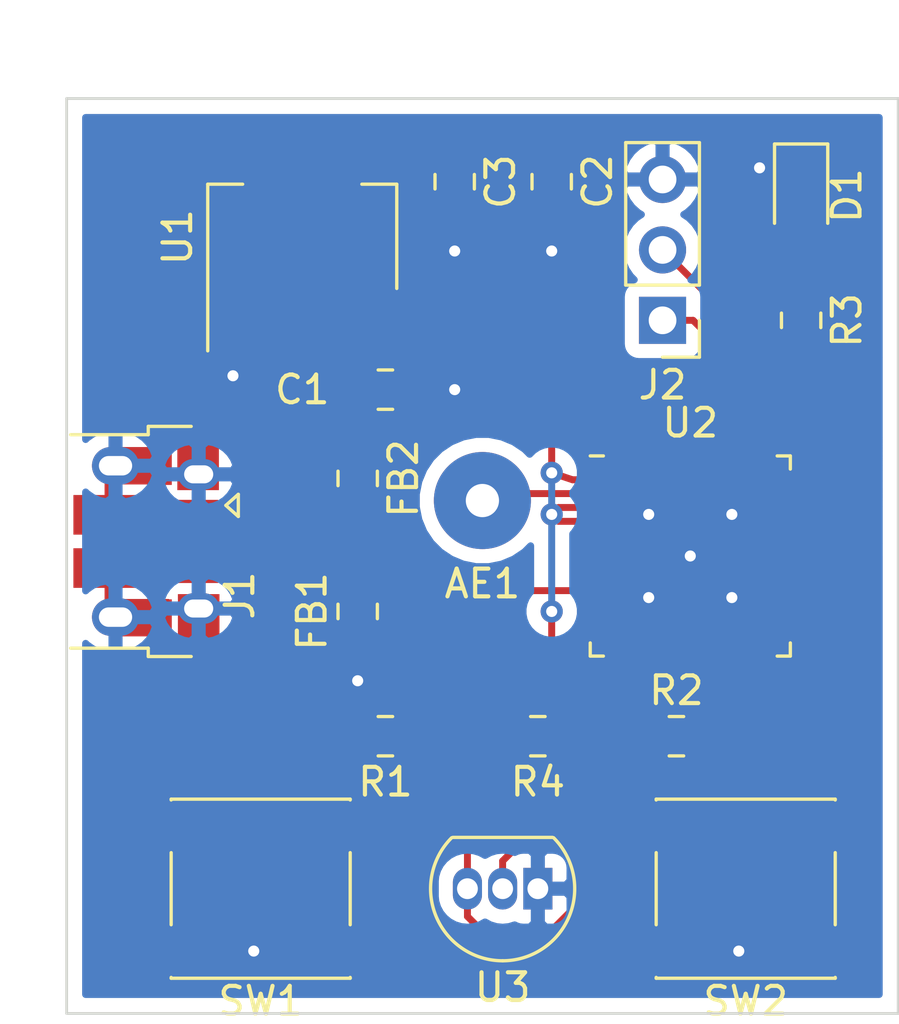
<source format=kicad_pcb>
(kicad_pcb (version 20171130) (host pcbnew "(5.1.5)-3")

  (general
    (thickness 1.6)
    (drawings 4)
    (tracks 125)
    (zones 0)
    (modules 18)
    (nets 51)
  )

  (page A4)
  (layers
    (0 F.Cu signal)
    (31 B.Cu signal)
    (32 B.Adhes user)
    (33 F.Adhes user)
    (34 B.Paste user)
    (35 F.Paste user)
    (36 B.SilkS user)
    (37 F.SilkS user)
    (38 B.Mask user)
    (39 F.Mask user)
    (40 Dwgs.User user)
    (41 Cmts.User user)
    (42 Eco1.User user)
    (43 Eco2.User user)
    (44 Edge.Cuts user)
    (45 Margin user)
    (46 B.CrtYd user)
    (47 F.CrtYd user)
    (48 B.Fab user)
    (49 F.Fab user)
  )

  (setup
    (last_trace_width 0.25)
    (trace_clearance 0.2)
    (zone_clearance 0.508)
    (zone_45_only no)
    (trace_min 0.2)
    (via_size 0.8)
    (via_drill 0.4)
    (via_min_size 0.4)
    (via_min_drill 0.3)
    (uvia_size 0.3)
    (uvia_drill 0.1)
    (uvias_allowed no)
    (uvia_min_size 0.2)
    (uvia_min_drill 0.1)
    (edge_width 0.05)
    (segment_width 0.2)
    (pcb_text_width 0.3)
    (pcb_text_size 1.5 1.5)
    (mod_edge_width 0.12)
    (mod_text_size 1 1)
    (mod_text_width 0.15)
    (pad_size 1.524 1.524)
    (pad_drill 0.762)
    (pad_to_mask_clearance 0.051)
    (solder_mask_min_width 0.25)
    (aux_axis_origin 0 0)
    (visible_elements FFFFFF7F)
    (pcbplotparams
      (layerselection 0x010fc_ffffffff)
      (usegerberextensions false)
      (usegerberattributes false)
      (usegerberadvancedattributes false)
      (creategerberjobfile false)
      (excludeedgelayer true)
      (linewidth 0.100000)
      (plotframeref false)
      (viasonmask false)
      (mode 1)
      (useauxorigin false)
      (hpglpennumber 1)
      (hpglpenspeed 20)
      (hpglpendiameter 15.000000)
      (psnegative false)
      (psa4output false)
      (plotreference true)
      (plotvalue true)
      (plotinvisibletext false)
      (padsonsilk false)
      (subtractmaskfromsilk false)
      (outputformat 1)
      (mirror false)
      (drillshape 0)
      (scaleselection 1)
      (outputdirectory "out/"))
  )

  (net 0 "")
  (net 1 +3V3)
  (net 2 +5V)
  (net 3 GND)
  (net 4 "Net-(AE1-Pad1)")
  (net 5 "Net-(U2-Pad5)")
  (net 6 "Net-(U2-Pad6)")
  (net 7 "Net-(U2-Pad7)")
  (net 8 "Net-(U2-Pad8)")
  (net 9 "Net-(R1-Pad2)")
  (net 10 "Net-(U2-Pad10)")
  (net 11 "Net-(U2-Pad11)")
  (net 12 "Net-(U2-Pad12)")
  (net 13 "Net-(U2-Pad13)")
  (net 14 "Net-(R4-Pad1)")
  (net 15 "Net-(R3-Pad2)")
  (net 16 "Net-(U2-Pad16)")
  (net 17 "Net-(U2-Pad17)")
  (net 18 "Net-(U2-Pad18)")
  (net 19 "Net-(U2-Pad20)")
  (net 20 "Net-(U2-Pad21)")
  (net 21 "Net-(U2-Pad22)")
  (net 22 "Net-(R2-Pad2)")
  (net 23 "Net-(U2-Pad24)")
  (net 24 "Net-(U2-Pad25)")
  (net 25 "Net-(U2-Pad26)")
  (net 26 "Net-(U2-Pad27)")
  (net 27 "Net-(U2-Pad28)")
  (net 28 "Net-(U2-Pad29)")
  (net 29 "Net-(U2-Pad30)")
  (net 30 "Net-(U2-Pad31)")
  (net 31 "Net-(U2-Pad32)")
  (net 32 "Net-(U2-Pad33)")
  (net 33 "Net-(U2-Pad34)")
  (net 34 "Net-(U2-Pad36)")
  (net 35 "Net-(U2-Pad38)")
  (net 36 "Net-(U2-Pad39)")
  (net 37 "Net-(J2-Pad2)")
  (net 38 "Net-(J2-Pad1)")
  (net 39 "Net-(U2-Pad42)")
  (net 40 "Net-(U2-Pad44)")
  (net 41 "Net-(U2-Pad45)")
  (net 42 "Net-(U2-Pad47)")
  (net 43 "Net-(U2-Pad48)")
  (net 44 "Net-(D1-Pad2)")
  (net 45 "Net-(FB1-Pad2)")
  (net 46 "Net-(FB2-Pad2)")
  (net 47 "Net-(J1-Pad2)")
  (net 48 "Net-(J1-Pad3)")
  (net 49 "Net-(J1-Pad4)")
  (net 50 "Net-(U2-Pad15)")

  (net_class Default "This is the default net class."
    (clearance 0.2)
    (trace_width 0.25)
    (via_dia 0.8)
    (via_drill 0.4)
    (uvia_dia 0.3)
    (uvia_drill 0.1)
    (add_net +3V3)
    (add_net +5V)
    (add_net GND)
    (add_net "Net-(AE1-Pad1)")
    (add_net "Net-(D1-Pad2)")
    (add_net "Net-(FB1-Pad2)")
    (add_net "Net-(FB2-Pad2)")
    (add_net "Net-(J1-Pad2)")
    (add_net "Net-(J1-Pad3)")
    (add_net "Net-(J1-Pad4)")
    (add_net "Net-(J2-Pad1)")
    (add_net "Net-(J2-Pad2)")
    (add_net "Net-(R1-Pad2)")
    (add_net "Net-(R2-Pad2)")
    (add_net "Net-(R3-Pad2)")
    (add_net "Net-(R4-Pad1)")
    (add_net "Net-(U2-Pad10)")
    (add_net "Net-(U2-Pad11)")
    (add_net "Net-(U2-Pad12)")
    (add_net "Net-(U2-Pad13)")
    (add_net "Net-(U2-Pad15)")
    (add_net "Net-(U2-Pad16)")
    (add_net "Net-(U2-Pad17)")
    (add_net "Net-(U2-Pad18)")
    (add_net "Net-(U2-Pad20)")
    (add_net "Net-(U2-Pad21)")
    (add_net "Net-(U2-Pad22)")
    (add_net "Net-(U2-Pad24)")
    (add_net "Net-(U2-Pad25)")
    (add_net "Net-(U2-Pad26)")
    (add_net "Net-(U2-Pad27)")
    (add_net "Net-(U2-Pad28)")
    (add_net "Net-(U2-Pad29)")
    (add_net "Net-(U2-Pad30)")
    (add_net "Net-(U2-Pad31)")
    (add_net "Net-(U2-Pad32)")
    (add_net "Net-(U2-Pad33)")
    (add_net "Net-(U2-Pad34)")
    (add_net "Net-(U2-Pad36)")
    (add_net "Net-(U2-Pad38)")
    (add_net "Net-(U2-Pad39)")
    (add_net "Net-(U2-Pad42)")
    (add_net "Net-(U2-Pad44)")
    (add_net "Net-(U2-Pad45)")
    (add_net "Net-(U2-Pad47)")
    (add_net "Net-(U2-Pad48)")
    (add_net "Net-(U2-Pad5)")
    (add_net "Net-(U2-Pad6)")
    (add_net "Net-(U2-Pad7)")
    (add_net "Net-(U2-Pad8)")
  )

  (module Package_TO_SOT_SMD:SOT-223-3_TabPin2 (layer F.Cu) (tedit 5A02FF57) (tstamp 5E4AF9F3)
    (at 172.5 83.5 90)
    (descr "module CMS SOT223 4 pins")
    (tags "CMS SOT")
    (path /5E4BAC4F)
    (attr smd)
    (fp_text reference U1 (at 0 -4.5 90) (layer F.SilkS)
      (effects (font (size 1 1) (thickness 0.15)))
    )
    (fp_text value NCP1117-3.3_SOT223 (at 0 4.5 90) (layer F.Fab)
      (effects (font (size 1 1) (thickness 0.15)))
    )
    (fp_text user %R (at 0 0) (layer F.Fab)
      (effects (font (size 0.8 0.8) (thickness 0.12)))
    )
    (fp_line (start 1.91 3.41) (end 1.91 2.15) (layer F.SilkS) (width 0.12))
    (fp_line (start 1.91 -3.41) (end 1.91 -2.15) (layer F.SilkS) (width 0.12))
    (fp_line (start 4.4 -3.6) (end -4.4 -3.6) (layer F.CrtYd) (width 0.05))
    (fp_line (start 4.4 3.6) (end 4.4 -3.6) (layer F.CrtYd) (width 0.05))
    (fp_line (start -4.4 3.6) (end 4.4 3.6) (layer F.CrtYd) (width 0.05))
    (fp_line (start -4.4 -3.6) (end -4.4 3.6) (layer F.CrtYd) (width 0.05))
    (fp_line (start -1.85 -2.35) (end -0.85 -3.35) (layer F.Fab) (width 0.1))
    (fp_line (start -1.85 -2.35) (end -1.85 3.35) (layer F.Fab) (width 0.1))
    (fp_line (start -1.85 3.41) (end 1.91 3.41) (layer F.SilkS) (width 0.12))
    (fp_line (start -0.85 -3.35) (end 1.85 -3.35) (layer F.Fab) (width 0.1))
    (fp_line (start -4.1 -3.41) (end 1.91 -3.41) (layer F.SilkS) (width 0.12))
    (fp_line (start -1.85 3.35) (end 1.85 3.35) (layer F.Fab) (width 0.1))
    (fp_line (start 1.85 -3.35) (end 1.85 3.35) (layer F.Fab) (width 0.1))
    (pad 2 smd rect (at 3.15 0 90) (size 2 3.8) (layers F.Cu F.Paste F.Mask)
      (net 1 +3V3))
    (pad 2 smd rect (at -3.15 0 90) (size 2 1.5) (layers F.Cu F.Paste F.Mask)
      (net 1 +3V3))
    (pad 3 smd rect (at -3.15 2.3 90) (size 2 1.5) (layers F.Cu F.Paste F.Mask)
      (net 2 +5V))
    (pad 1 smd rect (at -3.15 -2.3 90) (size 2 1.5) (layers F.Cu F.Paste F.Mask)
      (net 3 GND))
    (model ${KISYS3DMOD}/Package_TO_SOT_SMD.3dshapes/SOT-223.wrl
      (at (xyz 0 0 0))
      (scale (xyz 1 1 1))
      (rotate (xyz 0 0 0))
    )
  )

  (module Package_DFN_QFN:QFN-48-1EP_7x7mm_P0.5mm_EP5.3x5.3mm (layer F.Cu) (tedit 5C26A111) (tstamp 5E4AFAA5)
    (at 186.5 95)
    (descr "QFN, 48 Pin (https://www.trinamic.com/fileadmin/assets/Products/ICs_Documents/TMC2041_datasheet.pdf#page=62), generated with kicad-footprint-generator ipc_dfn_qfn_generator.py")
    (tags "QFN DFN_QFN")
    (path /5E4B8A74)
    (attr smd)
    (fp_text reference U2 (at 0 -4.8) (layer F.SilkS)
      (effects (font (size 1 1) (thickness 0.15)))
    )
    (fp_text value ESP32-PICO-D4 (at 0 4.8) (layer F.Fab)
      (effects (font (size 1 1) (thickness 0.15)))
    )
    (fp_line (start 3.135 -3.61) (end 3.61 -3.61) (layer F.SilkS) (width 0.12))
    (fp_line (start 3.61 -3.61) (end 3.61 -3.135) (layer F.SilkS) (width 0.12))
    (fp_line (start -3.135 3.61) (end -3.61 3.61) (layer F.SilkS) (width 0.12))
    (fp_line (start -3.61 3.61) (end -3.61 3.135) (layer F.SilkS) (width 0.12))
    (fp_line (start 3.135 3.61) (end 3.61 3.61) (layer F.SilkS) (width 0.12))
    (fp_line (start 3.61 3.61) (end 3.61 3.135) (layer F.SilkS) (width 0.12))
    (fp_line (start -3.135 -3.61) (end -3.61 -3.61) (layer F.SilkS) (width 0.12))
    (fp_line (start -2.5 -3.5) (end 3.5 -3.5) (layer F.Fab) (width 0.1))
    (fp_line (start 3.5 -3.5) (end 3.5 3.5) (layer F.Fab) (width 0.1))
    (fp_line (start 3.5 3.5) (end -3.5 3.5) (layer F.Fab) (width 0.1))
    (fp_line (start -3.5 3.5) (end -3.5 -2.5) (layer F.Fab) (width 0.1))
    (fp_line (start -3.5 -2.5) (end -2.5 -3.5) (layer F.Fab) (width 0.1))
    (fp_line (start -4.1 -4.1) (end -4.1 4.1) (layer F.CrtYd) (width 0.05))
    (fp_line (start -4.1 4.1) (end 4.1 4.1) (layer F.CrtYd) (width 0.05))
    (fp_line (start 4.1 4.1) (end 4.1 -4.1) (layer F.CrtYd) (width 0.05))
    (fp_line (start 4.1 -4.1) (end -4.1 -4.1) (layer F.CrtYd) (width 0.05))
    (fp_text user %R (at 0 0) (layer F.Fab)
      (effects (font (size 1 1) (thickness 0.15)))
    )
    (pad 49 smd roundrect (at 0 0) (size 5.3 5.3) (layers F.Cu F.Mask) (roundrect_rratio 0.04717)
      (net 3 GND))
    (pad "" smd roundrect (at -1.98 -1.98) (size 1.07 1.07) (layers F.Paste) (roundrect_rratio 0.233645))
    (pad "" smd roundrect (at -1.98 -0.66) (size 1.07 1.07) (layers F.Paste) (roundrect_rratio 0.233645))
    (pad "" smd roundrect (at -1.98 0.66) (size 1.07 1.07) (layers F.Paste) (roundrect_rratio 0.233645))
    (pad "" smd roundrect (at -1.98 1.98) (size 1.07 1.07) (layers F.Paste) (roundrect_rratio 0.233645))
    (pad "" smd roundrect (at -0.66 -1.98) (size 1.07 1.07) (layers F.Paste) (roundrect_rratio 0.233645))
    (pad "" smd roundrect (at -0.66 -0.66) (size 1.07 1.07) (layers F.Paste) (roundrect_rratio 0.233645))
    (pad "" smd roundrect (at -0.66 0.66) (size 1.07 1.07) (layers F.Paste) (roundrect_rratio 0.233645))
    (pad "" smd roundrect (at -0.66 1.98) (size 1.07 1.07) (layers F.Paste) (roundrect_rratio 0.233645))
    (pad "" smd roundrect (at 0.66 -1.98) (size 1.07 1.07) (layers F.Paste) (roundrect_rratio 0.233645))
    (pad "" smd roundrect (at 0.66 -0.66) (size 1.07 1.07) (layers F.Paste) (roundrect_rratio 0.233645))
    (pad "" smd roundrect (at 0.66 0.66) (size 1.07 1.07) (layers F.Paste) (roundrect_rratio 0.233645))
    (pad "" smd roundrect (at 0.66 1.98) (size 1.07 1.07) (layers F.Paste) (roundrect_rratio 0.233645))
    (pad "" smd roundrect (at 1.98 -1.98) (size 1.07 1.07) (layers F.Paste) (roundrect_rratio 0.233645))
    (pad "" smd roundrect (at 1.98 -0.66) (size 1.07 1.07) (layers F.Paste) (roundrect_rratio 0.233645))
    (pad "" smd roundrect (at 1.98 0.66) (size 1.07 1.07) (layers F.Paste) (roundrect_rratio 0.233645))
    (pad "" smd roundrect (at 1.98 1.98) (size 1.07 1.07) (layers F.Paste) (roundrect_rratio 0.233645))
    (pad 1 smd roundrect (at -3.45 -2.75) (size 0.8 0.25) (layers F.Cu F.Paste F.Mask) (roundrect_rratio 0.25)
      (net 1 +3V3))
    (pad 2 smd roundrect (at -3.45 -2.25) (size 0.8 0.25) (layers F.Cu F.Paste F.Mask) (roundrect_rratio 0.25)
      (net 4 "Net-(AE1-Pad1)"))
    (pad 3 smd roundrect (at -3.45 -1.75) (size 0.8 0.25) (layers F.Cu F.Paste F.Mask) (roundrect_rratio 0.25)
      (net 1 +3V3))
    (pad 4 smd roundrect (at -3.45 -1.25) (size 0.8 0.25) (layers F.Cu F.Paste F.Mask) (roundrect_rratio 0.25)
      (net 1 +3V3))
    (pad 5 smd roundrect (at -3.45 -0.75) (size 0.8 0.25) (layers F.Cu F.Paste F.Mask) (roundrect_rratio 0.25)
      (net 5 "Net-(U2-Pad5)"))
    (pad 6 smd roundrect (at -3.45 -0.25) (size 0.8 0.25) (layers F.Cu F.Paste F.Mask) (roundrect_rratio 0.25)
      (net 6 "Net-(U2-Pad6)"))
    (pad 7 smd roundrect (at -3.45 0.25) (size 0.8 0.25) (layers F.Cu F.Paste F.Mask) (roundrect_rratio 0.25)
      (net 7 "Net-(U2-Pad7)"))
    (pad 8 smd roundrect (at -3.45 0.75) (size 0.8 0.25) (layers F.Cu F.Paste F.Mask) (roundrect_rratio 0.25)
      (net 8 "Net-(U2-Pad8)"))
    (pad 9 smd roundrect (at -3.45 1.25) (size 0.8 0.25) (layers F.Cu F.Paste F.Mask) (roundrect_rratio 0.25)
      (net 9 "Net-(R1-Pad2)"))
    (pad 10 smd roundrect (at -3.45 1.75) (size 0.8 0.25) (layers F.Cu F.Paste F.Mask) (roundrect_rratio 0.25)
      (net 10 "Net-(U2-Pad10)"))
    (pad 11 smd roundrect (at -3.45 2.25) (size 0.8 0.25) (layers F.Cu F.Paste F.Mask) (roundrect_rratio 0.25)
      (net 11 "Net-(U2-Pad11)"))
    (pad 12 smd roundrect (at -3.45 2.75) (size 0.8 0.25) (layers F.Cu F.Paste F.Mask) (roundrect_rratio 0.25)
      (net 12 "Net-(U2-Pad12)"))
    (pad 13 smd roundrect (at -2.75 3.45) (size 0.25 0.8) (layers F.Cu F.Paste F.Mask) (roundrect_rratio 0.25)
      (net 13 "Net-(U2-Pad13)"))
    (pad 14 smd roundrect (at -2.25 3.45) (size 0.25 0.8) (layers F.Cu F.Paste F.Mask) (roundrect_rratio 0.25)
      (net 14 "Net-(R4-Pad1)"))
    (pad 15 smd roundrect (at -1.75 3.45) (size 0.25 0.8) (layers F.Cu F.Paste F.Mask) (roundrect_rratio 0.25)
      (net 50 "Net-(U2-Pad15)"))
    (pad 16 smd roundrect (at -1.25 3.45) (size 0.25 0.8) (layers F.Cu F.Paste F.Mask) (roundrect_rratio 0.25)
      (net 16 "Net-(U2-Pad16)"))
    (pad 17 smd roundrect (at -0.75 3.45) (size 0.25 0.8) (layers F.Cu F.Paste F.Mask) (roundrect_rratio 0.25)
      (net 17 "Net-(U2-Pad17)"))
    (pad 18 smd roundrect (at -0.25 3.45) (size 0.25 0.8) (layers F.Cu F.Paste F.Mask) (roundrect_rratio 0.25)
      (net 18 "Net-(U2-Pad18)"))
    (pad 19 smd roundrect (at 0.25 3.45) (size 0.25 0.8) (layers F.Cu F.Paste F.Mask) (roundrect_rratio 0.25)
      (net 1 +3V3))
    (pad 20 smd roundrect (at 0.75 3.45) (size 0.25 0.8) (layers F.Cu F.Paste F.Mask) (roundrect_rratio 0.25)
      (net 19 "Net-(U2-Pad20)"))
    (pad 21 smd roundrect (at 1.25 3.45) (size 0.25 0.8) (layers F.Cu F.Paste F.Mask) (roundrect_rratio 0.25)
      (net 20 "Net-(U2-Pad21)"))
    (pad 22 smd roundrect (at 1.75 3.45) (size 0.25 0.8) (layers F.Cu F.Paste F.Mask) (roundrect_rratio 0.25)
      (net 21 "Net-(U2-Pad22)"))
    (pad 23 smd roundrect (at 2.25 3.45) (size 0.25 0.8) (layers F.Cu F.Paste F.Mask) (roundrect_rratio 0.25)
      (net 22 "Net-(R2-Pad2)"))
    (pad 24 smd roundrect (at 2.75 3.45) (size 0.25 0.8) (layers F.Cu F.Paste F.Mask) (roundrect_rratio 0.25)
      (net 23 "Net-(U2-Pad24)"))
    (pad 25 smd roundrect (at 3.45 2.75) (size 0.8 0.25) (layers F.Cu F.Paste F.Mask) (roundrect_rratio 0.25)
      (net 24 "Net-(U2-Pad25)"))
    (pad 26 smd roundrect (at 3.45 2.25) (size 0.8 0.25) (layers F.Cu F.Paste F.Mask) (roundrect_rratio 0.25)
      (net 25 "Net-(U2-Pad26)"))
    (pad 27 smd roundrect (at 3.45 1.75) (size 0.8 0.25) (layers F.Cu F.Paste F.Mask) (roundrect_rratio 0.25)
      (net 26 "Net-(U2-Pad27)"))
    (pad 28 smd roundrect (at 3.45 1.25) (size 0.8 0.25) (layers F.Cu F.Paste F.Mask) (roundrect_rratio 0.25)
      (net 27 "Net-(U2-Pad28)"))
    (pad 29 smd roundrect (at 3.45 0.75) (size 0.8 0.25) (layers F.Cu F.Paste F.Mask) (roundrect_rratio 0.25)
      (net 28 "Net-(U2-Pad29)"))
    (pad 30 smd roundrect (at 3.45 0.25) (size 0.8 0.25) (layers F.Cu F.Paste F.Mask) (roundrect_rratio 0.25)
      (net 29 "Net-(U2-Pad30)"))
    (pad 31 smd roundrect (at 3.45 -0.25) (size 0.8 0.25) (layers F.Cu F.Paste F.Mask) (roundrect_rratio 0.25)
      (net 30 "Net-(U2-Pad31)"))
    (pad 32 smd roundrect (at 3.45 -0.75) (size 0.8 0.25) (layers F.Cu F.Paste F.Mask) (roundrect_rratio 0.25)
      (net 31 "Net-(U2-Pad32)"))
    (pad 33 smd roundrect (at 3.45 -1.25) (size 0.8 0.25) (layers F.Cu F.Paste F.Mask) (roundrect_rratio 0.25)
      (net 32 "Net-(U2-Pad33)"))
    (pad 34 smd roundrect (at 3.45 -1.75) (size 0.8 0.25) (layers F.Cu F.Paste F.Mask) (roundrect_rratio 0.25)
      (net 33 "Net-(U2-Pad34)"))
    (pad 35 smd roundrect (at 3.45 -2.25) (size 0.8 0.25) (layers F.Cu F.Paste F.Mask) (roundrect_rratio 0.25)
      (net 15 "Net-(R3-Pad2)"))
    (pad 36 smd roundrect (at 3.45 -2.75) (size 0.8 0.25) (layers F.Cu F.Paste F.Mask) (roundrect_rratio 0.25)
      (net 34 "Net-(U2-Pad36)"))
    (pad 37 smd roundrect (at 2.75 -3.45) (size 0.25 0.8) (layers F.Cu F.Paste F.Mask) (roundrect_rratio 0.25)
      (net 1 +3V3))
    (pad 38 smd roundrect (at 2.25 -3.45) (size 0.25 0.8) (layers F.Cu F.Paste F.Mask) (roundrect_rratio 0.25)
      (net 35 "Net-(U2-Pad38)"))
    (pad 39 smd roundrect (at 1.75 -3.45) (size 0.25 0.8) (layers F.Cu F.Paste F.Mask) (roundrect_rratio 0.25)
      (net 36 "Net-(U2-Pad39)"))
    (pad 40 smd roundrect (at 1.25 -3.45) (size 0.25 0.8) (layers F.Cu F.Paste F.Mask) (roundrect_rratio 0.25)
      (net 37 "Net-(J2-Pad2)"))
    (pad 41 smd roundrect (at 0.75 -3.45) (size 0.25 0.8) (layers F.Cu F.Paste F.Mask) (roundrect_rratio 0.25)
      (net 38 "Net-(J2-Pad1)"))
    (pad 42 smd roundrect (at 0.25 -3.45) (size 0.25 0.8) (layers F.Cu F.Paste F.Mask) (roundrect_rratio 0.25)
      (net 39 "Net-(U2-Pad42)"))
    (pad 43 smd roundrect (at -0.25 -3.45) (size 0.25 0.8) (layers F.Cu F.Paste F.Mask) (roundrect_rratio 0.25)
      (net 1 +3V3))
    (pad 44 smd roundrect (at -0.75 -3.45) (size 0.25 0.8) (layers F.Cu F.Paste F.Mask) (roundrect_rratio 0.25)
      (net 40 "Net-(U2-Pad44)"))
    (pad 45 smd roundrect (at -1.25 -3.45) (size 0.25 0.8) (layers F.Cu F.Paste F.Mask) (roundrect_rratio 0.25)
      (net 41 "Net-(U2-Pad45)"))
    (pad 46 smd roundrect (at -1.75 -3.45) (size 0.25 0.8) (layers F.Cu F.Paste F.Mask) (roundrect_rratio 0.25)
      (net 1 +3V3))
    (pad 47 smd roundrect (at -2.25 -3.45) (size 0.25 0.8) (layers F.Cu F.Paste F.Mask) (roundrect_rratio 0.25)
      (net 42 "Net-(U2-Pad47)"))
    (pad 48 smd roundrect (at -2.75 -3.45) (size 0.25 0.8) (layers F.Cu F.Paste F.Mask) (roundrect_rratio 0.25)
      (net 43 "Net-(U2-Pad48)"))
    (model ${KISYS3DMOD}/Package_DFN_QFN.3dshapes/QFN-48-1EP_7x7mm_P0.5mm_EP5.3x5.3mm.wrl
      (at (xyz 0 0 0))
      (scale (xyz 1 1 1))
      (rotate (xyz 0 0 0))
    )
  )

  (module Package_TO_SOT_THT:TO-92_Inline (layer F.Cu) (tedit 5A1DD157) (tstamp 5E4AFA2E)
    (at 181 107 180)
    (descr "TO-92 leads in-line, narrow, oval pads, drill 0.75mm (see NXP sot054_po.pdf)")
    (tags "to-92 sc-43 sc-43a sot54 PA33 transistor")
    (path /5E4C6EA4)
    (fp_text reference U3 (at 1.27 -3.56) (layer F.SilkS)
      (effects (font (size 1 1) (thickness 0.15)))
    )
    (fp_text value DS18S20 (at 1.27 2.79) (layer F.Fab)
      (effects (font (size 1 1) (thickness 0.15)))
    )
    (fp_text user %R (at 1.27 -3.56) (layer F.Fab)
      (effects (font (size 1 1) (thickness 0.15)))
    )
    (fp_line (start -0.53 1.85) (end 3.07 1.85) (layer F.SilkS) (width 0.12))
    (fp_line (start -0.5 1.75) (end 3 1.75) (layer F.Fab) (width 0.1))
    (fp_line (start -1.46 -2.73) (end 4 -2.73) (layer F.CrtYd) (width 0.05))
    (fp_line (start -1.46 -2.73) (end -1.46 2.01) (layer F.CrtYd) (width 0.05))
    (fp_line (start 4 2.01) (end 4 -2.73) (layer F.CrtYd) (width 0.05))
    (fp_line (start 4 2.01) (end -1.46 2.01) (layer F.CrtYd) (width 0.05))
    (fp_arc (start 1.27 0) (end 1.27 -2.48) (angle 135) (layer F.Fab) (width 0.1))
    (fp_arc (start 1.27 0) (end 1.27 -2.6) (angle -135) (layer F.SilkS) (width 0.12))
    (fp_arc (start 1.27 0) (end 1.27 -2.48) (angle -135) (layer F.Fab) (width 0.1))
    (fp_arc (start 1.27 0) (end 1.27 -2.6) (angle 135) (layer F.SilkS) (width 0.12))
    (pad 2 thru_hole oval (at 1.27 0 180) (size 1.05 1.5) (drill 0.75) (layers *.Cu *.Mask)
      (net 14 "Net-(R4-Pad1)"))
    (pad 3 thru_hole oval (at 2.54 0 180) (size 1.05 1.5) (drill 0.75) (layers *.Cu *.Mask)
      (net 1 +3V3))
    (pad 1 thru_hole rect (at 0 0 180) (size 1.05 1.5) (drill 0.75) (layers *.Cu *.Mask)
      (net 3 GND))
    (model ${KISYS3DMOD}/Package_TO_SOT_THT.3dshapes/TO-92_Inline.wrl
      (at (xyz 0 0 0))
      (scale (xyz 1 1 1))
      (rotate (xyz 0 0 0))
    )
  )

  (module Connector_Wire:SolderWirePad_1x01_Drill1.2mm (layer F.Cu) (tedit 5AEE5EA7) (tstamp 5E4B4427)
    (at 179 93)
    (descr "Wire solder connection")
    (tags connector)
    (path /5E4CEF1A)
    (attr virtual)
    (fp_text reference AE1 (at 0 3) (layer F.SilkS)
      (effects (font (size 1 1) (thickness 0.15)))
    )
    (fp_text value Antenna (at 0 3.175) (layer F.Fab)
      (effects (font (size 1 1) (thickness 0.15)))
    )
    (fp_text user %R (at 0 0) (layer F.Fab)
      (effects (font (size 1 1) (thickness 0.15)))
    )
    (fp_line (start -2.25 -2.25) (end 2.25 -2.25) (layer F.CrtYd) (width 0.05))
    (fp_line (start -2.25 -2.25) (end -2.25 2.25) (layer F.CrtYd) (width 0.05))
    (fp_line (start 2.25 2.25) (end 2.25 -2.25) (layer F.CrtYd) (width 0.05))
    (fp_line (start 2.25 2.25) (end -2.25 2.25) (layer F.CrtYd) (width 0.05))
    (pad 1 thru_hole circle (at 0 0) (size 3.50012 3.50012) (drill 1.19888) (layers *.Cu *.Mask)
      (net 4 "Net-(AE1-Pad1)"))
  )

  (module Capacitor_SMD:C_0805_2012Metric_Pad1.15x1.40mm_HandSolder (layer F.Cu) (tedit 5B36C52B) (tstamp 5E4B4438)
    (at 175.5 89)
    (descr "Capacitor SMD 0805 (2012 Metric), square (rectangular) end terminal, IPC_7351 nominal with elongated pad for handsoldering. (Body size source: https://docs.google.com/spreadsheets/d/1BsfQQcO9C6DZCsRaXUlFlo91Tg2WpOkGARC1WS5S8t0/edit?usp=sharing), generated with kicad-footprint-generator")
    (tags "capacitor handsolder")
    (path /5E4BC5E1)
    (attr smd)
    (fp_text reference C1 (at -3 0) (layer F.SilkS)
      (effects (font (size 1 1) (thickness 0.15)))
    )
    (fp_text value 10u (at 0 1.65) (layer F.Fab)
      (effects (font (size 1 1) (thickness 0.15)))
    )
    (fp_line (start -1 0.6) (end -1 -0.6) (layer F.Fab) (width 0.1))
    (fp_line (start -1 -0.6) (end 1 -0.6) (layer F.Fab) (width 0.1))
    (fp_line (start 1 -0.6) (end 1 0.6) (layer F.Fab) (width 0.1))
    (fp_line (start 1 0.6) (end -1 0.6) (layer F.Fab) (width 0.1))
    (fp_line (start -0.261252 -0.71) (end 0.261252 -0.71) (layer F.SilkS) (width 0.12))
    (fp_line (start -0.261252 0.71) (end 0.261252 0.71) (layer F.SilkS) (width 0.12))
    (fp_line (start -1.85 0.95) (end -1.85 -0.95) (layer F.CrtYd) (width 0.05))
    (fp_line (start -1.85 -0.95) (end 1.85 -0.95) (layer F.CrtYd) (width 0.05))
    (fp_line (start 1.85 -0.95) (end 1.85 0.95) (layer F.CrtYd) (width 0.05))
    (fp_line (start 1.85 0.95) (end -1.85 0.95) (layer F.CrtYd) (width 0.05))
    (fp_text user %R (at 0 0) (layer F.Fab)
      (effects (font (size 0.5 0.5) (thickness 0.08)))
    )
    (pad 1 smd roundrect (at -1.025 0) (size 1.15 1.4) (layers F.Cu F.Paste F.Mask) (roundrect_rratio 0.217391)
      (net 2 +5V))
    (pad 2 smd roundrect (at 1.025 0) (size 1.15 1.4) (layers F.Cu F.Paste F.Mask) (roundrect_rratio 0.217391)
      (net 3 GND))
    (model ${KISYS3DMOD}/Capacitor_SMD.3dshapes/C_0805_2012Metric.wrl
      (at (xyz 0 0 0))
      (scale (xyz 1 1 1))
      (rotate (xyz 0 0 0))
    )
  )

  (module Capacitor_SMD:C_0805_2012Metric_Pad1.15x1.40mm_HandSolder (layer F.Cu) (tedit 5B36C52B) (tstamp 5E4B4449)
    (at 181.5 81.5 270)
    (descr "Capacitor SMD 0805 (2012 Metric), square (rectangular) end terminal, IPC_7351 nominal with elongated pad for handsoldering. (Body size source: https://docs.google.com/spreadsheets/d/1BsfQQcO9C6DZCsRaXUlFlo91Tg2WpOkGARC1WS5S8t0/edit?usp=sharing), generated with kicad-footprint-generator")
    (tags "capacitor handsolder")
    (path /5E4BCC0C)
    (attr smd)
    (fp_text reference C2 (at 0 -1.65 90) (layer F.SilkS)
      (effects (font (size 1 1) (thickness 0.15)))
    )
    (fp_text value 10u (at 0 1.65 90) (layer F.Fab)
      (effects (font (size 1 1) (thickness 0.15)))
    )
    (fp_text user %R (at 0 0 90) (layer F.Fab)
      (effects (font (size 0.5 0.5) (thickness 0.08)))
    )
    (fp_line (start 1.85 0.95) (end -1.85 0.95) (layer F.CrtYd) (width 0.05))
    (fp_line (start 1.85 -0.95) (end 1.85 0.95) (layer F.CrtYd) (width 0.05))
    (fp_line (start -1.85 -0.95) (end 1.85 -0.95) (layer F.CrtYd) (width 0.05))
    (fp_line (start -1.85 0.95) (end -1.85 -0.95) (layer F.CrtYd) (width 0.05))
    (fp_line (start -0.261252 0.71) (end 0.261252 0.71) (layer F.SilkS) (width 0.12))
    (fp_line (start -0.261252 -0.71) (end 0.261252 -0.71) (layer F.SilkS) (width 0.12))
    (fp_line (start 1 0.6) (end -1 0.6) (layer F.Fab) (width 0.1))
    (fp_line (start 1 -0.6) (end 1 0.6) (layer F.Fab) (width 0.1))
    (fp_line (start -1 -0.6) (end 1 -0.6) (layer F.Fab) (width 0.1))
    (fp_line (start -1 0.6) (end -1 -0.6) (layer F.Fab) (width 0.1))
    (pad 2 smd roundrect (at 1.025 0 270) (size 1.15 1.4) (layers F.Cu F.Paste F.Mask) (roundrect_rratio 0.217391)
      (net 3 GND))
    (pad 1 smd roundrect (at -1.025 0 270) (size 1.15 1.4) (layers F.Cu F.Paste F.Mask) (roundrect_rratio 0.217391)
      (net 1 +3V3))
    (model ${KISYS3DMOD}/Capacitor_SMD.3dshapes/C_0805_2012Metric.wrl
      (at (xyz 0 0 0))
      (scale (xyz 1 1 1))
      (rotate (xyz 0 0 0))
    )
  )

  (module Capacitor_SMD:C_0805_2012Metric_Pad1.15x1.40mm_HandSolder (layer F.Cu) (tedit 5B36C52B) (tstamp 5E4B445A)
    (at 178 81.5 270)
    (descr "Capacitor SMD 0805 (2012 Metric), square (rectangular) end terminal, IPC_7351 nominal with elongated pad for handsoldering. (Body size source: https://docs.google.com/spreadsheets/d/1BsfQQcO9C6DZCsRaXUlFlo91Tg2WpOkGARC1WS5S8t0/edit?usp=sharing), generated with kicad-footprint-generator")
    (tags "capacitor handsolder")
    (path /5E4BCF3E)
    (attr smd)
    (fp_text reference C3 (at 0 -1.65 90) (layer F.SilkS)
      (effects (font (size 1 1) (thickness 0.15)))
    )
    (fp_text value 100n (at 0 1.65 90) (layer F.Fab)
      (effects (font (size 1 1) (thickness 0.15)))
    )
    (fp_line (start -1 0.6) (end -1 -0.6) (layer F.Fab) (width 0.1))
    (fp_line (start -1 -0.6) (end 1 -0.6) (layer F.Fab) (width 0.1))
    (fp_line (start 1 -0.6) (end 1 0.6) (layer F.Fab) (width 0.1))
    (fp_line (start 1 0.6) (end -1 0.6) (layer F.Fab) (width 0.1))
    (fp_line (start -0.261252 -0.71) (end 0.261252 -0.71) (layer F.SilkS) (width 0.12))
    (fp_line (start -0.261252 0.71) (end 0.261252 0.71) (layer F.SilkS) (width 0.12))
    (fp_line (start -1.85 0.95) (end -1.85 -0.95) (layer F.CrtYd) (width 0.05))
    (fp_line (start -1.85 -0.95) (end 1.85 -0.95) (layer F.CrtYd) (width 0.05))
    (fp_line (start 1.85 -0.95) (end 1.85 0.95) (layer F.CrtYd) (width 0.05))
    (fp_line (start 1.85 0.95) (end -1.85 0.95) (layer F.CrtYd) (width 0.05))
    (fp_text user %R (at 0 0 90) (layer F.Fab)
      (effects (font (size 0.5 0.5) (thickness 0.08)))
    )
    (pad 1 smd roundrect (at -1.025 0 270) (size 1.15 1.4) (layers F.Cu F.Paste F.Mask) (roundrect_rratio 0.217391)
      (net 1 +3V3))
    (pad 2 smd roundrect (at 1.025 0 270) (size 1.15 1.4) (layers F.Cu F.Paste F.Mask) (roundrect_rratio 0.217391)
      (net 3 GND))
    (model ${KISYS3DMOD}/Capacitor_SMD.3dshapes/C_0805_2012Metric.wrl
      (at (xyz 0 0 0))
      (scale (xyz 1 1 1))
      (rotate (xyz 0 0 0))
    )
  )

  (module LED_SMD:LED_0805_2012Metric_Pad1.15x1.40mm_HandSolder (layer F.Cu) (tedit 5B4B45C9) (tstamp 5E4B446D)
    (at 190.5 82 270)
    (descr "LED SMD 0805 (2012 Metric), square (rectangular) end terminal, IPC_7351 nominal, (Body size source: https://docs.google.com/spreadsheets/d/1BsfQQcO9C6DZCsRaXUlFlo91Tg2WpOkGARC1WS5S8t0/edit?usp=sharing), generated with kicad-footprint-generator")
    (tags "LED handsolder")
    (path /5E4CC43A)
    (attr smd)
    (fp_text reference D1 (at 0 -1.65 90) (layer F.SilkS)
      (effects (font (size 1 1) (thickness 0.15)))
    )
    (fp_text value LED (at 0 1.65 90) (layer F.Fab)
      (effects (font (size 1 1) (thickness 0.15)))
    )
    (fp_line (start 1 -0.6) (end -0.7 -0.6) (layer F.Fab) (width 0.1))
    (fp_line (start -0.7 -0.6) (end -1 -0.3) (layer F.Fab) (width 0.1))
    (fp_line (start -1 -0.3) (end -1 0.6) (layer F.Fab) (width 0.1))
    (fp_line (start -1 0.6) (end 1 0.6) (layer F.Fab) (width 0.1))
    (fp_line (start 1 0.6) (end 1 -0.6) (layer F.Fab) (width 0.1))
    (fp_line (start 1 -0.96) (end -1.86 -0.96) (layer F.SilkS) (width 0.12))
    (fp_line (start -1.86 -0.96) (end -1.86 0.96) (layer F.SilkS) (width 0.12))
    (fp_line (start -1.86 0.96) (end 1 0.96) (layer F.SilkS) (width 0.12))
    (fp_line (start -1.85 0.95) (end -1.85 -0.95) (layer F.CrtYd) (width 0.05))
    (fp_line (start -1.85 -0.95) (end 1.85 -0.95) (layer F.CrtYd) (width 0.05))
    (fp_line (start 1.85 -0.95) (end 1.85 0.95) (layer F.CrtYd) (width 0.05))
    (fp_line (start 1.85 0.95) (end -1.85 0.95) (layer F.CrtYd) (width 0.05))
    (fp_text user %R (at 0 0 90) (layer F.Fab)
      (effects (font (size 0.5 0.5) (thickness 0.08)))
    )
    (pad 1 smd roundrect (at -1.025 0 270) (size 1.15 1.4) (layers F.Cu F.Paste F.Mask) (roundrect_rratio 0.217391)
      (net 3 GND))
    (pad 2 smd roundrect (at 1.025 0 270) (size 1.15 1.4) (layers F.Cu F.Paste F.Mask) (roundrect_rratio 0.217391)
      (net 44 "Net-(D1-Pad2)"))
    (model ${KISYS3DMOD}/LED_SMD.3dshapes/LED_0805_2012Metric.wrl
      (at (xyz 0 0 0))
      (scale (xyz 1 1 1))
      (rotate (xyz 0 0 0))
    )
  )

  (module Inductor_SMD:L_0805_2012Metric_Pad1.15x1.40mm_HandSolder (layer F.Cu) (tedit 5B36C52B) (tstamp 5E4B447E)
    (at 174.5 97 90)
    (descr "Capacitor SMD 0805 (2012 Metric), square (rectangular) end terminal, IPC_7351 nominal with elongated pad for handsoldering. (Body size source: https://docs.google.com/spreadsheets/d/1BsfQQcO9C6DZCsRaXUlFlo91Tg2WpOkGARC1WS5S8t0/edit?usp=sharing), generated with kicad-footprint-generator")
    (tags "inductor handsolder")
    (path /5E4D19E9)
    (attr smd)
    (fp_text reference FB1 (at 0 -1.65 90) (layer F.SilkS)
      (effects (font (size 1 1) (thickness 0.15)))
    )
    (fp_text value Ferrite_Bead (at 0 1.65 90) (layer F.Fab)
      (effects (font (size 1 1) (thickness 0.15)))
    )
    (fp_text user %R (at 0 0 90) (layer F.Fab)
      (effects (font (size 0.5 0.5) (thickness 0.08)))
    )
    (fp_line (start 1.85 0.95) (end -1.85 0.95) (layer F.CrtYd) (width 0.05))
    (fp_line (start 1.85 -0.95) (end 1.85 0.95) (layer F.CrtYd) (width 0.05))
    (fp_line (start -1.85 -0.95) (end 1.85 -0.95) (layer F.CrtYd) (width 0.05))
    (fp_line (start -1.85 0.95) (end -1.85 -0.95) (layer F.CrtYd) (width 0.05))
    (fp_line (start -0.261252 0.71) (end 0.261252 0.71) (layer F.SilkS) (width 0.12))
    (fp_line (start -0.261252 -0.71) (end 0.261252 -0.71) (layer F.SilkS) (width 0.12))
    (fp_line (start 1 0.6) (end -1 0.6) (layer F.Fab) (width 0.1))
    (fp_line (start 1 -0.6) (end 1 0.6) (layer F.Fab) (width 0.1))
    (fp_line (start -1 -0.6) (end 1 -0.6) (layer F.Fab) (width 0.1))
    (fp_line (start -1 0.6) (end -1 -0.6) (layer F.Fab) (width 0.1))
    (pad 2 smd roundrect (at 1.025 0 90) (size 1.15 1.4) (layers F.Cu F.Paste F.Mask) (roundrect_rratio 0.217391)
      (net 45 "Net-(FB1-Pad2)"))
    (pad 1 smd roundrect (at -1.025 0 90) (size 1.15 1.4) (layers F.Cu F.Paste F.Mask) (roundrect_rratio 0.217391)
      (net 3 GND))
    (model ${KISYS3DMOD}/Inductor_SMD.3dshapes/L_0805_2012Metric.wrl
      (at (xyz 0 0 0))
      (scale (xyz 1 1 1))
      (rotate (xyz 0 0 0))
    )
  )

  (module Inductor_SMD:L_0805_2012Metric_Pad1.15x1.40mm_HandSolder (layer F.Cu) (tedit 5B36C52B) (tstamp 5E4B448F)
    (at 174.5 92.202 270)
    (descr "Capacitor SMD 0805 (2012 Metric), square (rectangular) end terminal, IPC_7351 nominal with elongated pad for handsoldering. (Body size source: https://docs.google.com/spreadsheets/d/1BsfQQcO9C6DZCsRaXUlFlo91Tg2WpOkGARC1WS5S8t0/edit?usp=sharing), generated with kicad-footprint-generator")
    (tags "inductor handsolder")
    (path /5E4D12E2)
    (attr smd)
    (fp_text reference FB2 (at 0 -1.65 90) (layer F.SilkS)
      (effects (font (size 1 1) (thickness 0.15)))
    )
    (fp_text value Ferrite_Bead (at 0 1.65 90) (layer F.Fab)
      (effects (font (size 1 1) (thickness 0.15)))
    )
    (fp_line (start -1 0.6) (end -1 -0.6) (layer F.Fab) (width 0.1))
    (fp_line (start -1 -0.6) (end 1 -0.6) (layer F.Fab) (width 0.1))
    (fp_line (start 1 -0.6) (end 1 0.6) (layer F.Fab) (width 0.1))
    (fp_line (start 1 0.6) (end -1 0.6) (layer F.Fab) (width 0.1))
    (fp_line (start -0.261252 -0.71) (end 0.261252 -0.71) (layer F.SilkS) (width 0.12))
    (fp_line (start -0.261252 0.71) (end 0.261252 0.71) (layer F.SilkS) (width 0.12))
    (fp_line (start -1.85 0.95) (end -1.85 -0.95) (layer F.CrtYd) (width 0.05))
    (fp_line (start -1.85 -0.95) (end 1.85 -0.95) (layer F.CrtYd) (width 0.05))
    (fp_line (start 1.85 -0.95) (end 1.85 0.95) (layer F.CrtYd) (width 0.05))
    (fp_line (start 1.85 0.95) (end -1.85 0.95) (layer F.CrtYd) (width 0.05))
    (fp_text user %R (at 0 0 90) (layer F.Fab)
      (effects (font (size 0.5 0.5) (thickness 0.08)))
    )
    (pad 1 smd roundrect (at -1.025 0 270) (size 1.15 1.4) (layers F.Cu F.Paste F.Mask) (roundrect_rratio 0.217391)
      (net 2 +5V))
    (pad 2 smd roundrect (at 1.025 0 270) (size 1.15 1.4) (layers F.Cu F.Paste F.Mask) (roundrect_rratio 0.217391)
      (net 46 "Net-(FB2-Pad2)"))
    (model ${KISYS3DMOD}/Inductor_SMD.3dshapes/L_0805_2012Metric.wrl
      (at (xyz 0 0 0))
      (scale (xyz 1 1 1))
      (rotate (xyz 0 0 0))
    )
  )

  (module Connector_USB:USB_Micro-B_Amphenol_10103594-0001LF_Horizontal (layer F.Cu) (tedit 5A1DC0BD) (tstamp 5E4B44B9)
    (at 166.878 94.5 270)
    (descr "Micro USB Type B 10103594-0001LF, http://cdn.amphenol-icc.com/media/wysiwyg/files/drawing/10103594.pdf")
    (tags "USB USB_B USB_micro USB_OTG")
    (path /5E4CF905)
    (attr smd)
    (fp_text reference J1 (at 1.925 -3.365 90) (layer F.SilkS)
      (effects (font (size 1 1) (thickness 0.15)))
    )
    (fp_text value USB_B_Micro (at -0.025 4.435 90) (layer F.Fab)
      (effects (font (size 1 1) (thickness 0.15)))
    )
    (fp_text user "PCB edge" (at -0.025 2.235 90) (layer Dwgs.User)
      (effects (font (size 0.5 0.5) (thickness 0.075)))
    )
    (fp_text user %R (at -0.025 -0.015 90) (layer F.Fab)
      (effects (font (size 1 1) (thickness 0.15)))
    )
    (fp_line (start -4.175 -0.065) (end -4.175 -1.615) (layer F.SilkS) (width 0.12))
    (fp_line (start -4.175 -0.065) (end -3.875 -0.065) (layer F.SilkS) (width 0.12))
    (fp_line (start -3.875 2.735) (end -3.875 -0.065) (layer F.SilkS) (width 0.12))
    (fp_line (start 4.125 -0.065) (end 4.125 -1.615) (layer F.SilkS) (width 0.12))
    (fp_line (start 3.825 -0.065) (end 4.125 -0.065) (layer F.SilkS) (width 0.12))
    (fp_line (start 3.825 2.735) (end 3.825 -0.065) (layer F.SilkS) (width 0.12))
    (fp_line (start -0.925 -3.315) (end -1.325 -2.865) (layer F.SilkS) (width 0.12))
    (fp_line (start -1.725 -3.315) (end -0.925 -3.315) (layer F.SilkS) (width 0.12))
    (fp_line (start -1.325 -2.865) (end -1.725 -3.315) (layer F.SilkS) (width 0.12))
    (fp_line (start -3.775 -0.865) (end -2.975 -1.615) (layer F.Fab) (width 0.12))
    (fp_line (start 3.725 3.335) (end -3.775 3.335) (layer F.Fab) (width 0.12))
    (fp_line (start 3.725 -1.615) (end 3.725 3.335) (layer F.Fab) (width 0.12))
    (fp_line (start -2.975 -1.615) (end 3.725 -1.615) (layer F.Fab) (width 0.12))
    (fp_line (start -3.775 3.335) (end -3.775 -0.865) (layer F.Fab) (width 0.12))
    (fp_line (start -4.025 2.835) (end 3.975 2.835) (layer Dwgs.User) (width 0.1))
    (fp_line (start -4.13 -2.88) (end 4.14 -2.88) (layer F.CrtYd) (width 0.05))
    (fp_line (start -4.13 -2.88) (end -4.13 3.58) (layer F.CrtYd) (width 0.05))
    (fp_line (start 4.14 3.58) (end 4.14 -2.88) (layer F.CrtYd) (width 0.05))
    (fp_line (start 4.14 3.58) (end -4.13 3.58) (layer F.CrtYd) (width 0.05))
    (pad 6 smd rect (at 2.725 0.185 270) (size 1.35 2) (layers F.Cu F.Paste F.Mask)
      (net 3 GND))
    (pad 6 smd rect (at -2.755 0.185 270) (size 1.35 2) (layers F.Cu F.Paste F.Mask)
      (net 3 GND))
    (pad 6 smd rect (at -2.975 -0.565 270) (size 1.825 0.7) (layers F.Cu F.Paste F.Mask)
      (net 3 GND))
    (pad 6 smd rect (at 2.975 -0.565 270) (size 1.825 0.7) (layers F.Cu F.Paste F.Mask)
      (net 3 GND))
    (pad 6 smd rect (at -2.875 -1.865 270) (size 2 1.5) (layers F.Cu F.Paste F.Mask)
      (net 3 GND))
    (pad 6 smd rect (at 2.875 -1.885 270) (size 2 1.5) (layers F.Cu F.Paste F.Mask)
      (net 3 GND))
    (pad 1 smd rect (at -1.325 -1.765) (size 1.65 0.4) (layers F.Cu F.Paste F.Mask)
      (net 46 "Net-(FB2-Pad2)"))
    (pad 2 smd rect (at -0.675 -1.765) (size 1.65 0.4) (layers F.Cu F.Paste F.Mask)
      (net 47 "Net-(J1-Pad2)"))
    (pad 3 smd rect (at -0.025 -1.765) (size 1.65 0.4) (layers F.Cu F.Paste F.Mask)
      (net 48 "Net-(J1-Pad3)"))
    (pad 4 smd rect (at 0.625 -1.765) (size 1.65 0.4) (layers F.Cu F.Paste F.Mask)
      (net 49 "Net-(J1-Pad4)"))
    (pad 5 smd rect (at 1.275 -1.765) (size 1.65 0.4) (layers F.Cu F.Paste F.Mask)
      (net 45 "Net-(FB1-Pad2)"))
    (pad 6 thru_hole oval (at -2.445 -1.885) (size 1.5 1.1) (drill oval 1.05 0.65) (layers *.Cu *.Mask)
      (net 3 GND))
    (pad 6 thru_hole oval (at 2.395 -1.885) (size 1.5 1.1) (drill oval 1.05 0.65) (layers *.Cu *.Mask)
      (net 3 GND))
    (pad 6 thru_hole oval (at -2.755 1.115) (size 1.7 1.35) (drill oval 1.2 0.7) (layers *.Cu *.Mask)
      (net 3 GND))
    (pad 6 thru_hole oval (at 2.705 1.115) (size 1.7 1.35) (drill oval 1.2 0.7) (layers *.Cu *.Mask)
      (net 3 GND))
    (pad 6 smd rect (at -0.985 1.385) (size 2.5 1.43) (layers F.Cu F.Paste F.Mask)
      (net 3 GND))
    (pad 6 smd rect (at 0.935 1.385) (size 2.5 1.43) (layers F.Cu F.Paste F.Mask)
      (net 3 GND))
    (model ${KISYS3DMOD}/Connector_USB.3dshapes/USB_Micro-B_Amphenol_10103594-0001LF_Horizontal.wrl
      (at (xyz 0 0 0))
      (scale (xyz 1 1 1))
      (rotate (xyz 0 0 0))
    )
  )

  (module Connector_PinHeader_2.54mm:PinHeader_1x03_P2.54mm_Vertical (layer F.Cu) (tedit 59FED5CC) (tstamp 5E4B44D0)
    (at 185.5 86.5 180)
    (descr "Through hole straight pin header, 1x03, 2.54mm pitch, single row")
    (tags "Through hole pin header THT 1x03 2.54mm single row")
    (path /5E4C3096)
    (fp_text reference J2 (at 0 -2.33) (layer F.SilkS)
      (effects (font (size 1 1) (thickness 0.15)))
    )
    (fp_text value UART (at 0 7.41) (layer F.Fab)
      (effects (font (size 1 1) (thickness 0.15)))
    )
    (fp_line (start -0.635 -1.27) (end 1.27 -1.27) (layer F.Fab) (width 0.1))
    (fp_line (start 1.27 -1.27) (end 1.27 6.35) (layer F.Fab) (width 0.1))
    (fp_line (start 1.27 6.35) (end -1.27 6.35) (layer F.Fab) (width 0.1))
    (fp_line (start -1.27 6.35) (end -1.27 -0.635) (layer F.Fab) (width 0.1))
    (fp_line (start -1.27 -0.635) (end -0.635 -1.27) (layer F.Fab) (width 0.1))
    (fp_line (start -1.33 6.41) (end 1.33 6.41) (layer F.SilkS) (width 0.12))
    (fp_line (start -1.33 1.27) (end -1.33 6.41) (layer F.SilkS) (width 0.12))
    (fp_line (start 1.33 1.27) (end 1.33 6.41) (layer F.SilkS) (width 0.12))
    (fp_line (start -1.33 1.27) (end 1.33 1.27) (layer F.SilkS) (width 0.12))
    (fp_line (start -1.33 0) (end -1.33 -1.33) (layer F.SilkS) (width 0.12))
    (fp_line (start -1.33 -1.33) (end 0 -1.33) (layer F.SilkS) (width 0.12))
    (fp_line (start -1.8 -1.8) (end -1.8 6.85) (layer F.CrtYd) (width 0.05))
    (fp_line (start -1.8 6.85) (end 1.8 6.85) (layer F.CrtYd) (width 0.05))
    (fp_line (start 1.8 6.85) (end 1.8 -1.8) (layer F.CrtYd) (width 0.05))
    (fp_line (start 1.8 -1.8) (end -1.8 -1.8) (layer F.CrtYd) (width 0.05))
    (fp_text user %R (at 0 2.54 90) (layer F.Fab)
      (effects (font (size 1 1) (thickness 0.15)))
    )
    (pad 1 thru_hole rect (at 0 0 180) (size 1.7 1.7) (drill 1) (layers *.Cu *.Mask)
      (net 38 "Net-(J2-Pad1)"))
    (pad 2 thru_hole oval (at 0 2.54 180) (size 1.7 1.7) (drill 1) (layers *.Cu *.Mask)
      (net 37 "Net-(J2-Pad2)"))
    (pad 3 thru_hole oval (at 0 5.08 180) (size 1.7 1.7) (drill 1) (layers *.Cu *.Mask)
      (net 3 GND))
    (model ${KISYS3DMOD}/Connector_PinHeader_2.54mm.3dshapes/PinHeader_1x03_P2.54mm_Vertical.wrl
      (at (xyz 0 0 0))
      (scale (xyz 1 1 1))
      (rotate (xyz 0 0 0))
    )
  )

  (module Resistor_SMD:R_0805_2012Metric_Pad1.15x1.40mm_HandSolder (layer F.Cu) (tedit 5B36C52B) (tstamp 5E4B44E1)
    (at 175.5 101.5 180)
    (descr "Resistor SMD 0805 (2012 Metric), square (rectangular) end terminal, IPC_7351 nominal with elongated pad for handsoldering. (Body size source: https://docs.google.com/spreadsheets/d/1BsfQQcO9C6DZCsRaXUlFlo91Tg2WpOkGARC1WS5S8t0/edit?usp=sharing), generated with kicad-footprint-generator")
    (tags "resistor handsolder")
    (path /5E4BF3A7)
    (attr smd)
    (fp_text reference R1 (at 0 -1.65) (layer F.SilkS)
      (effects (font (size 1 1) (thickness 0.15)))
    )
    (fp_text value 47k (at 0 1.65) (layer F.Fab)
      (effects (font (size 1 1) (thickness 0.15)))
    )
    (fp_text user %R (at 0 0) (layer F.Fab)
      (effects (font (size 0.5 0.5) (thickness 0.08)))
    )
    (fp_line (start 1.85 0.95) (end -1.85 0.95) (layer F.CrtYd) (width 0.05))
    (fp_line (start 1.85 -0.95) (end 1.85 0.95) (layer F.CrtYd) (width 0.05))
    (fp_line (start -1.85 -0.95) (end 1.85 -0.95) (layer F.CrtYd) (width 0.05))
    (fp_line (start -1.85 0.95) (end -1.85 -0.95) (layer F.CrtYd) (width 0.05))
    (fp_line (start -0.261252 0.71) (end 0.261252 0.71) (layer F.SilkS) (width 0.12))
    (fp_line (start -0.261252 -0.71) (end 0.261252 -0.71) (layer F.SilkS) (width 0.12))
    (fp_line (start 1 0.6) (end -1 0.6) (layer F.Fab) (width 0.1))
    (fp_line (start 1 -0.6) (end 1 0.6) (layer F.Fab) (width 0.1))
    (fp_line (start -1 -0.6) (end 1 -0.6) (layer F.Fab) (width 0.1))
    (fp_line (start -1 0.6) (end -1 -0.6) (layer F.Fab) (width 0.1))
    (pad 2 smd roundrect (at 1.025 0 180) (size 1.15 1.4) (layers F.Cu F.Paste F.Mask) (roundrect_rratio 0.217391)
      (net 9 "Net-(R1-Pad2)"))
    (pad 1 smd roundrect (at -1.025 0 180) (size 1.15 1.4) (layers F.Cu F.Paste F.Mask) (roundrect_rratio 0.217391)
      (net 1 +3V3))
    (model ${KISYS3DMOD}/Resistor_SMD.3dshapes/R_0805_2012Metric.wrl
      (at (xyz 0 0 0))
      (scale (xyz 1 1 1))
      (rotate (xyz 0 0 0))
    )
  )

  (module Resistor_SMD:R_0805_2012Metric_Pad1.15x1.40mm_HandSolder (layer F.Cu) (tedit 5B36C52B) (tstamp 5E4B44F2)
    (at 186 101.5)
    (descr "Resistor SMD 0805 (2012 Metric), square (rectangular) end terminal, IPC_7351 nominal with elongated pad for handsoldering. (Body size source: https://docs.google.com/spreadsheets/d/1BsfQQcO9C6DZCsRaXUlFlo91Tg2WpOkGARC1WS5S8t0/edit?usp=sharing), generated with kicad-footprint-generator")
    (tags "resistor handsolder")
    (path /5E4D4D75)
    (attr smd)
    (fp_text reference R2 (at 0 -1.65) (layer F.SilkS)
      (effects (font (size 1 1) (thickness 0.15)))
    )
    (fp_text value 47k (at 0 1.65) (layer F.Fab)
      (effects (font (size 1 1) (thickness 0.15)))
    )
    (fp_line (start -1 0.6) (end -1 -0.6) (layer F.Fab) (width 0.1))
    (fp_line (start -1 -0.6) (end 1 -0.6) (layer F.Fab) (width 0.1))
    (fp_line (start 1 -0.6) (end 1 0.6) (layer F.Fab) (width 0.1))
    (fp_line (start 1 0.6) (end -1 0.6) (layer F.Fab) (width 0.1))
    (fp_line (start -0.261252 -0.71) (end 0.261252 -0.71) (layer F.SilkS) (width 0.12))
    (fp_line (start -0.261252 0.71) (end 0.261252 0.71) (layer F.SilkS) (width 0.12))
    (fp_line (start -1.85 0.95) (end -1.85 -0.95) (layer F.CrtYd) (width 0.05))
    (fp_line (start -1.85 -0.95) (end 1.85 -0.95) (layer F.CrtYd) (width 0.05))
    (fp_line (start 1.85 -0.95) (end 1.85 0.95) (layer F.CrtYd) (width 0.05))
    (fp_line (start 1.85 0.95) (end -1.85 0.95) (layer F.CrtYd) (width 0.05))
    (fp_text user %R (at 0 0) (layer F.Fab)
      (effects (font (size 0.5 0.5) (thickness 0.08)))
    )
    (pad 1 smd roundrect (at -1.025 0) (size 1.15 1.4) (layers F.Cu F.Paste F.Mask) (roundrect_rratio 0.217391)
      (net 1 +3V3))
    (pad 2 smd roundrect (at 1.025 0) (size 1.15 1.4) (layers F.Cu F.Paste F.Mask) (roundrect_rratio 0.217391)
      (net 22 "Net-(R2-Pad2)"))
    (model ${KISYS3DMOD}/Resistor_SMD.3dshapes/R_0805_2012Metric.wrl
      (at (xyz 0 0 0))
      (scale (xyz 1 1 1))
      (rotate (xyz 0 0 0))
    )
  )

  (module Resistor_SMD:R_0805_2012Metric_Pad1.15x1.40mm_HandSolder (layer F.Cu) (tedit 5B36C52B) (tstamp 5E4B4503)
    (at 190.5 86.5 270)
    (descr "Resistor SMD 0805 (2012 Metric), square (rectangular) end terminal, IPC_7351 nominal with elongated pad for handsoldering. (Body size source: https://docs.google.com/spreadsheets/d/1BsfQQcO9C6DZCsRaXUlFlo91Tg2WpOkGARC1WS5S8t0/edit?usp=sharing), generated with kicad-footprint-generator")
    (tags "resistor handsolder")
    (path /5E4CDC1C)
    (attr smd)
    (fp_text reference R3 (at 0 -1.65 90) (layer F.SilkS)
      (effects (font (size 1 1) (thickness 0.15)))
    )
    (fp_text value 10k (at 0 1.65 90) (layer F.Fab)
      (effects (font (size 1 1) (thickness 0.15)))
    )
    (fp_text user %R (at 0 0 90) (layer F.Fab)
      (effects (font (size 0.5 0.5) (thickness 0.08)))
    )
    (fp_line (start 1.85 0.95) (end -1.85 0.95) (layer F.CrtYd) (width 0.05))
    (fp_line (start 1.85 -0.95) (end 1.85 0.95) (layer F.CrtYd) (width 0.05))
    (fp_line (start -1.85 -0.95) (end 1.85 -0.95) (layer F.CrtYd) (width 0.05))
    (fp_line (start -1.85 0.95) (end -1.85 -0.95) (layer F.CrtYd) (width 0.05))
    (fp_line (start -0.261252 0.71) (end 0.261252 0.71) (layer F.SilkS) (width 0.12))
    (fp_line (start -0.261252 -0.71) (end 0.261252 -0.71) (layer F.SilkS) (width 0.12))
    (fp_line (start 1 0.6) (end -1 0.6) (layer F.Fab) (width 0.1))
    (fp_line (start 1 -0.6) (end 1 0.6) (layer F.Fab) (width 0.1))
    (fp_line (start -1 -0.6) (end 1 -0.6) (layer F.Fab) (width 0.1))
    (fp_line (start -1 0.6) (end -1 -0.6) (layer F.Fab) (width 0.1))
    (pad 2 smd roundrect (at 1.025 0 270) (size 1.15 1.4) (layers F.Cu F.Paste F.Mask) (roundrect_rratio 0.217391)
      (net 15 "Net-(R3-Pad2)"))
    (pad 1 smd roundrect (at -1.025 0 270) (size 1.15 1.4) (layers F.Cu F.Paste F.Mask) (roundrect_rratio 0.217391)
      (net 44 "Net-(D1-Pad2)"))
    (model ${KISYS3DMOD}/Resistor_SMD.3dshapes/R_0805_2012Metric.wrl
      (at (xyz 0 0 0))
      (scale (xyz 1 1 1))
      (rotate (xyz 0 0 0))
    )
  )

  (module Resistor_SMD:R_0805_2012Metric_Pad1.15x1.40mm_HandSolder (layer F.Cu) (tedit 5B36C52B) (tstamp 5E4B4514)
    (at 181 101.5 180)
    (descr "Resistor SMD 0805 (2012 Metric), square (rectangular) end terminal, IPC_7351 nominal with elongated pad for handsoldering. (Body size source: https://docs.google.com/spreadsheets/d/1BsfQQcO9C6DZCsRaXUlFlo91Tg2WpOkGARC1WS5S8t0/edit?usp=sharing), generated with kicad-footprint-generator")
    (tags "resistor handsolder")
    (path /5E4C891A)
    (attr smd)
    (fp_text reference R4 (at 0 -1.65) (layer F.SilkS)
      (effects (font (size 1 1) (thickness 0.15)))
    )
    (fp_text value 4k7 (at 0 1.65) (layer F.Fab)
      (effects (font (size 1 1) (thickness 0.15)))
    )
    (fp_line (start -1 0.6) (end -1 -0.6) (layer F.Fab) (width 0.1))
    (fp_line (start -1 -0.6) (end 1 -0.6) (layer F.Fab) (width 0.1))
    (fp_line (start 1 -0.6) (end 1 0.6) (layer F.Fab) (width 0.1))
    (fp_line (start 1 0.6) (end -1 0.6) (layer F.Fab) (width 0.1))
    (fp_line (start -0.261252 -0.71) (end 0.261252 -0.71) (layer F.SilkS) (width 0.12))
    (fp_line (start -0.261252 0.71) (end 0.261252 0.71) (layer F.SilkS) (width 0.12))
    (fp_line (start -1.85 0.95) (end -1.85 -0.95) (layer F.CrtYd) (width 0.05))
    (fp_line (start -1.85 -0.95) (end 1.85 -0.95) (layer F.CrtYd) (width 0.05))
    (fp_line (start 1.85 -0.95) (end 1.85 0.95) (layer F.CrtYd) (width 0.05))
    (fp_line (start 1.85 0.95) (end -1.85 0.95) (layer F.CrtYd) (width 0.05))
    (fp_text user %R (at 0 0) (layer F.Fab)
      (effects (font (size 0.5 0.5) (thickness 0.08)))
    )
    (pad 1 smd roundrect (at -1.025 0 180) (size 1.15 1.4) (layers F.Cu F.Paste F.Mask) (roundrect_rratio 0.217391)
      (net 14 "Net-(R4-Pad1)"))
    (pad 2 smd roundrect (at 1.025 0 180) (size 1.15 1.4) (layers F.Cu F.Paste F.Mask) (roundrect_rratio 0.217391)
      (net 1 +3V3))
    (model ${KISYS3DMOD}/Resistor_SMD.3dshapes/R_0805_2012Metric.wrl
      (at (xyz 0 0 0))
      (scale (xyz 1 1 1))
      (rotate (xyz 0 0 0))
    )
  )

  (module Button_Switch_SMD:SW_SPST_PTS645 (layer F.Cu) (tedit 5A02FC95) (tstamp 5E4B452E)
    (at 171 107 180)
    (descr "C&K Components SPST SMD PTS645 Series 6mm Tact Switch")
    (tags "SPST Button Switch")
    (path /5E4C0341)
    (attr smd)
    (fp_text reference SW1 (at 0 -4.05) (layer F.SilkS)
      (effects (font (size 1 1) (thickness 0.15)))
    )
    (fp_text value Reset (at 0 4.15) (layer F.Fab)
      (effects (font (size 1 1) (thickness 0.15)))
    )
    (fp_text user %R (at 0 -4.05) (layer F.Fab)
      (effects (font (size 1 1) (thickness 0.15)))
    )
    (fp_line (start -3 -3) (end -3 3) (layer F.Fab) (width 0.1))
    (fp_line (start -3 3) (end 3 3) (layer F.Fab) (width 0.1))
    (fp_line (start 3 3) (end 3 -3) (layer F.Fab) (width 0.1))
    (fp_line (start 3 -3) (end -3 -3) (layer F.Fab) (width 0.1))
    (fp_line (start 5.05 3.4) (end 5.05 -3.4) (layer F.CrtYd) (width 0.05))
    (fp_line (start -5.05 -3.4) (end -5.05 3.4) (layer F.CrtYd) (width 0.05))
    (fp_line (start -5.05 3.4) (end 5.05 3.4) (layer F.CrtYd) (width 0.05))
    (fp_line (start -5.05 -3.4) (end 5.05 -3.4) (layer F.CrtYd) (width 0.05))
    (fp_line (start 3.23 -3.23) (end 3.23 -3.2) (layer F.SilkS) (width 0.12))
    (fp_line (start 3.23 3.23) (end 3.23 3.2) (layer F.SilkS) (width 0.12))
    (fp_line (start -3.23 3.23) (end -3.23 3.2) (layer F.SilkS) (width 0.12))
    (fp_line (start -3.23 -3.2) (end -3.23 -3.23) (layer F.SilkS) (width 0.12))
    (fp_line (start 3.23 -1.3) (end 3.23 1.3) (layer F.SilkS) (width 0.12))
    (fp_line (start -3.23 -3.23) (end 3.23 -3.23) (layer F.SilkS) (width 0.12))
    (fp_line (start -3.23 -1.3) (end -3.23 1.3) (layer F.SilkS) (width 0.12))
    (fp_line (start -3.23 3.23) (end 3.23 3.23) (layer F.SilkS) (width 0.12))
    (fp_circle (center 0 0) (end 1.75 -0.05) (layer F.Fab) (width 0.1))
    (pad 2 smd rect (at -3.98 2.25 180) (size 1.55 1.3) (layers F.Cu F.Paste F.Mask)
      (net 9 "Net-(R1-Pad2)"))
    (pad 1 smd rect (at -3.98 -2.25 180) (size 1.55 1.3) (layers F.Cu F.Paste F.Mask)
      (net 3 GND))
    (pad 1 smd rect (at 3.98 -2.25 180) (size 1.55 1.3) (layers F.Cu F.Paste F.Mask)
      (net 3 GND))
    (pad 2 smd rect (at 3.98 2.25 180) (size 1.55 1.3) (layers F.Cu F.Paste F.Mask)
      (net 9 "Net-(R1-Pad2)"))
    (model ${KISYS3DMOD}/Button_Switch_SMD.3dshapes/SW_SPST_PTS645.wrl
      (at (xyz 0 0 0))
      (scale (xyz 1 1 1))
      (rotate (xyz 0 0 0))
    )
  )

  (module Button_Switch_SMD:SW_SPST_PTS645 (layer F.Cu) (tedit 5A02FC95) (tstamp 5E4B4548)
    (at 188.5 107 180)
    (descr "C&K Components SPST SMD PTS645 Series 6mm Tact Switch")
    (tags "SPST Button Switch")
    (path /5E4C2961)
    (attr smd)
    (fp_text reference SW2 (at 0 -4.05) (layer F.SilkS)
      (effects (font (size 1 1) (thickness 0.15)))
    )
    (fp_text value Prog (at 0 4.15) (layer F.Fab)
      (effects (font (size 1 1) (thickness 0.15)))
    )
    (fp_circle (center 0 0) (end 1.75 -0.05) (layer F.Fab) (width 0.1))
    (fp_line (start -3.23 3.23) (end 3.23 3.23) (layer F.SilkS) (width 0.12))
    (fp_line (start -3.23 -1.3) (end -3.23 1.3) (layer F.SilkS) (width 0.12))
    (fp_line (start -3.23 -3.23) (end 3.23 -3.23) (layer F.SilkS) (width 0.12))
    (fp_line (start 3.23 -1.3) (end 3.23 1.3) (layer F.SilkS) (width 0.12))
    (fp_line (start -3.23 -3.2) (end -3.23 -3.23) (layer F.SilkS) (width 0.12))
    (fp_line (start -3.23 3.23) (end -3.23 3.2) (layer F.SilkS) (width 0.12))
    (fp_line (start 3.23 3.23) (end 3.23 3.2) (layer F.SilkS) (width 0.12))
    (fp_line (start 3.23 -3.23) (end 3.23 -3.2) (layer F.SilkS) (width 0.12))
    (fp_line (start -5.05 -3.4) (end 5.05 -3.4) (layer F.CrtYd) (width 0.05))
    (fp_line (start -5.05 3.4) (end 5.05 3.4) (layer F.CrtYd) (width 0.05))
    (fp_line (start -5.05 -3.4) (end -5.05 3.4) (layer F.CrtYd) (width 0.05))
    (fp_line (start 5.05 3.4) (end 5.05 -3.4) (layer F.CrtYd) (width 0.05))
    (fp_line (start 3 -3) (end -3 -3) (layer F.Fab) (width 0.1))
    (fp_line (start 3 3) (end 3 -3) (layer F.Fab) (width 0.1))
    (fp_line (start -3 3) (end 3 3) (layer F.Fab) (width 0.1))
    (fp_line (start -3 -3) (end -3 3) (layer F.Fab) (width 0.1))
    (fp_text user %R (at 0 -4.05) (layer F.Fab)
      (effects (font (size 1 1) (thickness 0.15)))
    )
    (pad 2 smd rect (at 3.98 2.25 180) (size 1.55 1.3) (layers F.Cu F.Paste F.Mask)
      (net 22 "Net-(R2-Pad2)"))
    (pad 1 smd rect (at 3.98 -2.25 180) (size 1.55 1.3) (layers F.Cu F.Paste F.Mask)
      (net 3 GND))
    (pad 1 smd rect (at -3.98 -2.25 180) (size 1.55 1.3) (layers F.Cu F.Paste F.Mask)
      (net 3 GND))
    (pad 2 smd rect (at -3.98 2.25 180) (size 1.55 1.3) (layers F.Cu F.Paste F.Mask)
      (net 22 "Net-(R2-Pad2)"))
    (model ${KISYS3DMOD}/Button_Switch_SMD.3dshapes/SW_SPST_PTS645.wrl
      (at (xyz 0 0 0))
      (scale (xyz 1 1 1))
      (rotate (xyz 0 0 0))
    )
  )

  (gr_line (start 194 78.5) (end 194 111.5) (layer Edge.Cuts) (width 0.1))
  (gr_line (start 164 78.5) (end 194 78.5) (layer Edge.Cuts) (width 0.1))
  (gr_line (start 164 111.5) (end 164 78.5) (layer Edge.Cuts) (width 0.1))
  (gr_line (start 194 111.5) (end 164 111.5) (layer Edge.Cuts) (width 0.1))

  (via (at 188 96.5) (size 0.8) (drill 0.4) (layers F.Cu B.Cu) (net 3) (tstamp 5E4B7E80))
  (via (at 185 96.5) (size 0.8) (drill 0.4) (layers F.Cu B.Cu) (net 3) (tstamp 5E4B7E80))
  (segment (start 172.5 86.65) (end 172.5 80.35) (width 0.25) (layer F.Cu) (net 1))
  (segment (start 177.875 80.35) (end 178 80.475) (width 0.25) (layer F.Cu) (net 1))
  (segment (start 172.5 80.35) (end 177.875 80.35) (width 0.25) (layer F.Cu) (net 1))
  (segment (start 178 80.475) (end 181.5 80.475) (width 0.25) (layer F.Cu) (net 1))
  (segment (start 186.20001 91.50001) (end 186.25 91.55) (width 0.25) (layer F.Cu) (net 1))
  (segment (start 186.20001 91.051988) (end 186.20001 91.50001) (width 0.25) (layer F.Cu) (net 1))
  (segment (start 185.148022 90) (end 186.20001 91.051988) (width 0.25) (layer F.Cu) (net 1))
  (segment (start 182.2 80.475) (end 183 81.275) (width 0.25) (layer F.Cu) (net 1))
  (segment (start 183 81.275) (end 183 89.5) (width 0.25) (layer F.Cu) (net 1))
  (segment (start 183 89.5) (end 183.5 90) (width 0.25) (layer F.Cu) (net 1))
  (segment (start 181.5 80.475) (end 182.2 80.475) (width 0.25) (layer F.Cu) (net 1))
  (segment (start 184.75 90.25) (end 184.5 90) (width 0.25) (layer F.Cu) (net 1))
  (segment (start 183.5 90) (end 184.5 90) (width 0.25) (layer F.Cu) (net 1))
  (segment (start 184.75 91.55) (end 184.75 90.25) (width 0.25) (layer F.Cu) (net 1))
  (segment (start 184.5 90) (end 185.148022 90) (width 0.25) (layer F.Cu) (net 1))
  (segment (start 178.46 107) (end 178.46 101.54) (width 0.25) (layer F.Cu) (net 1))
  (segment (start 178.5 101.5) (end 179.975 101.5) (width 0.25) (layer F.Cu) (net 1))
  (segment (start 178.46 101.54) (end 178.5 101.5) (width 0.25) (layer F.Cu) (net 1))
  (segment (start 179.975 101.5) (end 176.525 101.5) (width 0.25) (layer F.Cu) (net 1))
  (segment (start 186.75 98.85) (end 186.75 98.45) (width 0.25) (layer F.Cu) (net 1))
  (segment (start 186.75 99.025) (end 186.75 98.85) (width 0.25) (layer F.Cu) (net 1))
  (segment (start 184.975 100.8) (end 186.75 99.025) (width 0.25) (layer F.Cu) (net 1))
  (segment (start 184.975 101.5) (end 184.975 100.8) (width 0.25) (layer F.Cu) (net 1))
  (segment (start 178.46 108) (end 178.96 108.5) (width 0.25) (layer F.Cu) (net 1))
  (segment (start 178.46 107) (end 178.46 108) (width 0.25) (layer F.Cu) (net 1))
  (segment (start 178.96 108.5) (end 181.5 108.5) (width 0.25) (layer F.Cu) (net 1))
  (segment (start 181.5 108.5) (end 183 107) (width 0.25) (layer F.Cu) (net 1))
  (segment (start 184.4 101.5) (end 184.975 101.5) (width 0.25) (layer F.Cu) (net 1))
  (segment (start 183 102.9) (end 184.4 101.5) (width 0.25) (layer F.Cu) (net 1))
  (segment (start 183 107) (end 183 102.9) (width 0.25) (layer F.Cu) (net 1))
  (segment (start 182.2 80.475) (end 182.675 80) (width 0.25) (layer F.Cu) (net 1))
  (segment (start 182.675 80) (end 187 80) (width 0.25) (layer F.Cu) (net 1))
  (segment (start 188.274999 81.274999) (end 188.274999 89.274999) (width 0.25) (layer F.Cu) (net 1))
  (segment (start 187 80) (end 188.274999 81.274999) (width 0.25) (layer F.Cu) (net 1))
  (segment (start 189.25 90.25) (end 189.25 91.55) (width 0.25) (layer F.Cu) (net 1))
  (segment (start 188.274999 89.274999) (end 189.25 90.25) (width 0.25) (layer F.Cu) (net 1))
  (via (at 181.5 93.5) (size 0.8) (drill 0.4) (layers F.Cu B.Cu) (net 1))
  (segment (start 181.5 92) (end 182.25 92.25) (width 0.25) (layer F.Cu) (net 1))
  (via (at 181.5 92) (size 0.8) (drill 0.4) (layers F.Cu B.Cu) (net 1))
  (segment (start 182.25 92.25) (end 183.05 92.25) (width 0.25) (layer F.Cu) (net 1))
  (segment (start 181.5 92) (end 181.5 93.5) (width 0.25) (layer B.Cu) (net 1))
  (segment (start 181.5 90.5) (end 183 89.5) (width 0.25) (layer F.Cu) (net 1))
  (segment (start 181.5 92) (end 181.5 90.5) (width 0.25) (layer F.Cu) (net 1))
  (segment (start 181.75 93.75) (end 181.5 93.5) (width 0.25) (layer F.Cu) (net 1))
  (segment (start 183.05 93.75) (end 181.75 93.75) (width 0.25) (layer F.Cu) (net 1))
  (segment (start 181.75 93.25) (end 181.5 93.5) (width 0.25) (layer F.Cu) (net 1))
  (segment (start 183.05 93.25) (end 181.75 93.25) (width 0.25) (layer F.Cu) (net 1))
  (via (at 181.5 97) (size 0.8) (drill 0.4) (layers F.Cu B.Cu) (net 1))
  (segment (start 181.5 93.5) (end 181.5 97) (width 0.25) (layer B.Cu) (net 1))
  (segment (start 181.5 97) (end 181.5 98.5) (width 0.25) (layer F.Cu) (net 1))
  (segment (start 179.975 100.025) (end 179.975 101.5) (width 0.25) (layer F.Cu) (net 1))
  (segment (start 181.5 98.5) (end 179.975 100.025) (width 0.25) (layer F.Cu) (net 1))
  (segment (start 174.8 88.675) (end 174.475 89) (width 0.25) (layer F.Cu) (net 2))
  (segment (start 174.8 86.65) (end 174.8 88.675) (width 0.25) (layer F.Cu) (net 2))
  (segment (start 174.5 89.025) (end 174.475 89) (width 0.25) (layer F.Cu) (net 2))
  (segment (start 174.5 91.177) (end 174.5 89.025) (width 0.25) (layer F.Cu) (net 2))
  (segment (start 165.493 92.015) (end 165.763 91.745) (width 0.25) (layer F.Cu) (net 3))
  (segment (start 165.493 93.515) (end 165.493 92.015) (width 0.25) (layer F.Cu) (net 3))
  (segment (start 165.493 96.935) (end 165.763 97.205) (width 0.25) (layer F.Cu) (net 3))
  (segment (start 165.493 95.435) (end 165.493 96.935) (width 0.25) (layer F.Cu) (net 3))
  (via (at 174.5 99.5) (size 0.8) (drill 0.4) (layers F.Cu B.Cu) (net 3))
  (segment (start 174.5 98.025) (end 174.5 99.5) (width 0.25) (layer F.Cu) (net 3))
  (via (at 170 88.5) (size 0.8) (drill 0.4) (layers F.Cu B.Cu) (net 3))
  (segment (start 170.2 86.65) (end 170.2 88.3) (width 0.25) (layer F.Cu) (net 3))
  (segment (start 170.2 88.3) (end 170 88.5) (width 0.25) (layer F.Cu) (net 3))
  (via (at 178 84) (size 0.8) (drill 0.4) (layers F.Cu B.Cu) (net 3))
  (segment (start 178 82.525) (end 178 84) (width 0.25) (layer F.Cu) (net 3))
  (via (at 181.5 84) (size 0.8) (drill 0.4) (layers F.Cu B.Cu) (net 3))
  (segment (start 181.5 82.525) (end 181.5 84) (width 0.25) (layer F.Cu) (net 3))
  (via (at 178 89) (size 0.8) (drill 0.4) (layers F.Cu B.Cu) (net 3))
  (segment (start 176.525 89) (end 178 89) (width 0.25) (layer F.Cu) (net 3))
  (segment (start 184.52 109.25) (end 188.25 109.25) (width 0.25) (layer F.Cu) (net 3))
  (segment (start 188.25 109.25) (end 192.48 109.25) (width 0.25) (layer F.Cu) (net 3) (tstamp 5E4B742E))
  (via (at 188.25 109.25) (size 0.8) (drill 0.4) (layers F.Cu B.Cu) (net 3))
  (segment (start 167.02 109.25) (end 170.75 109.25) (width 0.25) (layer F.Cu) (net 3))
  (segment (start 170.75 109.25) (end 174.98 109.25) (width 0.25) (layer F.Cu) (net 3) (tstamp 5E4B7533))
  (via (at 170.75 109.25) (size 0.8) (drill 0.4) (layers F.Cu B.Cu) (net 3))
  (via (at 189 81) (size 0.8) (drill 0.4) (layers F.Cu B.Cu) (net 3))
  (segment (start 190.5 80.975) (end 189.025 80.975) (width 0.25) (layer F.Cu) (net 3))
  (segment (start 189.025 80.975) (end 189 81) (width 0.25) (layer F.Cu) (net 3))
  (via (at 186.5 95) (size 0.8) (drill 0.4) (layers F.Cu B.Cu) (net 3))
  (via (at 185 93.5) (size 0.8) (drill 0.4) (layers F.Cu B.Cu) (net 3))
  (segment (start 186.5 95) (end 185 93.5) (width 0.25) (layer F.Cu) (net 3))
  (via (at 188 93.5) (size 0.8) (drill 0.4) (layers F.Cu B.Cu) (net 3))
  (segment (start 179.25 92.75) (end 179 93) (width 0.25) (layer F.Cu) (net 4))
  (segment (start 183.05 92.75) (end 179.25 92.75) (width 0.25) (layer F.Cu) (net 4))
  (segment (start 174.98 104.75) (end 167.02 104.75) (width 0.25) (layer F.Cu) (net 9))
  (segment (start 174.475 104.245) (end 174.98 104.75) (width 0.25) (layer F.Cu) (net 9))
  (segment (start 174.475 101.5) (end 174.475 104.245) (width 0.25) (layer F.Cu) (net 9))
  (segment (start 182.65 96.25) (end 183.05 96.25) (width 0.25) (layer F.Cu) (net 9))
  (segment (start 179.025 96.25) (end 182.65 96.25) (width 0.25) (layer F.Cu) (net 9))
  (segment (start 174.475 100.8) (end 179.025 96.25) (width 0.25) (layer F.Cu) (net 9))
  (segment (start 174.475 101.5) (end 174.475 100.8) (width 0.25) (layer F.Cu) (net 9))
  (segment (start 182.025 103.705) (end 182.025 101.5) (width 0.25) (layer F.Cu) (net 14))
  (segment (start 179.73 107) (end 179.73 106) (width 0.25) (layer F.Cu) (net 14))
  (segment (start 179.73 106) (end 182.025 103.705) (width 0.25) (layer F.Cu) (net 14))
  (segment (start 184.25 98.898022) (end 184.25 98.45) (width 0.25) (layer F.Cu) (net 14))
  (segment (start 182.025 101.5) (end 182.025 101.123022) (width 0.25) (layer F.Cu) (net 14))
  (segment (start 182.025 101.123022) (end 184.25 98.898022) (width 0.25) (layer F.Cu) (net 14))
  (segment (start 190.5 88.1) (end 191.5 89.1) (width 0.25) (layer F.Cu) (net 15))
  (segment (start 190.5 87.525) (end 190.5 88.1) (width 0.25) (layer F.Cu) (net 15))
  (segment (start 190.35 92.75) (end 189.95 92.75) (width 0.25) (layer F.Cu) (net 15))
  (segment (start 190.398022 92.75) (end 190.35 92.75) (width 0.25) (layer F.Cu) (net 15))
  (segment (start 191.5 91.648022) (end 190.398022 92.75) (width 0.25) (layer F.Cu) (net 15))
  (segment (start 191.5 89.1) (end 191.5 91.648022) (width 0.25) (layer F.Cu) (net 15))
  (segment (start 187.025 104.725) (end 187 104.75) (width 0.25) (layer F.Cu) (net 22))
  (segment (start 184.52 104.75) (end 187 104.75) (width 0.25) (layer F.Cu) (net 22))
  (segment (start 187.025 101.5) (end 187.025 104.725) (width 0.25) (layer F.Cu) (net 22))
  (segment (start 188.75 99.075) (end 188.75 98.85) (width 0.25) (layer F.Cu) (net 22))
  (segment (start 187.025 100.8) (end 188.75 99.075) (width 0.25) (layer F.Cu) (net 22))
  (segment (start 188.75 98.85) (end 188.75 98.45) (width 0.25) (layer F.Cu) (net 22))
  (segment (start 187.025 101.5) (end 187.025 100.8) (width 0.25) (layer F.Cu) (net 22))
  (segment (start 187 104.75) (end 192.48 104.75) (width 0.25) (layer F.Cu) (net 22))
  (segment (start 187.75 86.21) (end 185.5 83.96) (width 0.25) (layer F.Cu) (net 37))
  (segment (start 187.75 91.55) (end 187.75 86.21) (width 0.25) (layer F.Cu) (net 37))
  (segment (start 186.6 86.5) (end 185.5 86.5) (width 0.25) (layer F.Cu) (net 38))
  (segment (start 187.25 87.15) (end 186.6 86.5) (width 0.25) (layer F.Cu) (net 38))
  (segment (start 187.25 91.55) (end 187.25 87.15) (width 0.25) (layer F.Cu) (net 38))
  (segment (start 190.5 85.475) (end 190.5 83.025) (width 0.25) (layer F.Cu) (net 44))
  (segment (start 174.3 95.775) (end 174.5 95.975) (width 0.25) (layer F.Cu) (net 45))
  (segment (start 168.643 95.775) (end 174.3 95.775) (width 0.25) (layer F.Cu) (net 45))
  (segment (start 174.448 93.175) (end 174.5 93.227) (width 0.25) (layer F.Cu) (net 46))
  (segment (start 168.643 93.175) (end 174.448 93.175) (width 0.25) (layer F.Cu) (net 46))

  (zone (net 3) (net_name GND) (layer B.Cu) (tstamp 0) (hatch edge 0.508)
    (connect_pads (clearance 0.508))
    (min_thickness 0.254)
    (fill yes (arc_segments 32) (thermal_gap 0.508) (thermal_bridge_width 0.508))
    (polygon
      (pts
        (xy 194 111.5) (xy 164 111.5) (xy 164 78.5) (xy 194 78.5)
      )
    )
    (filled_polygon
      (pts
        (xy 193.315001 110.815) (xy 164.685 110.815) (xy 164.685 106.718021) (xy 177.3 106.718021) (xy 177.3 107.281978)
        (xy 177.316785 107.452399) (xy 177.383115 107.671059) (xy 177.490829 107.872578) (xy 177.635788 108.049212) (xy 177.812421 108.194171)
        (xy 178.01394 108.301885) (xy 178.2326 108.368215) (xy 178.46 108.390612) (xy 178.687399 108.368215) (xy 178.906059 108.301885)
        (xy 179.095 108.200894) (xy 179.28394 108.301885) (xy 179.5026 108.368215) (xy 179.73 108.390612) (xy 179.957399 108.368215)
        (xy 180.166098 108.304907) (xy 180.23082 108.339502) (xy 180.350518 108.375812) (xy 180.475 108.388072) (xy 180.71425 108.385)
        (xy 180.873 108.22625) (xy 180.873 107.453109) (xy 180.873215 107.4524) (xy 180.89 107.281979) (xy 180.89 107.127)
        (xy 181.127 107.127) (xy 181.127 108.22625) (xy 181.28575 108.385) (xy 181.525 108.388072) (xy 181.649482 108.375812)
        (xy 181.76918 108.339502) (xy 181.879494 108.280537) (xy 181.976185 108.201185) (xy 182.055537 108.104494) (xy 182.114502 107.99418)
        (xy 182.150812 107.874482) (xy 182.163072 107.75) (xy 182.16 107.28575) (xy 182.00125 107.127) (xy 181.127 107.127)
        (xy 180.89 107.127) (xy 180.89 106.718022) (xy 180.873215 106.547601) (xy 180.873 106.546892) (xy 180.873 105.77375)
        (xy 181.127 105.77375) (xy 181.127 106.873) (xy 182.00125 106.873) (xy 182.16 106.71425) (xy 182.163072 106.25)
        (xy 182.150812 106.125518) (xy 182.114502 106.00582) (xy 182.055537 105.895506) (xy 181.976185 105.798815) (xy 181.879494 105.719463)
        (xy 181.76918 105.660498) (xy 181.649482 105.624188) (xy 181.525 105.611928) (xy 181.28575 105.615) (xy 181.127 105.77375)
        (xy 180.873 105.77375) (xy 180.71425 105.615) (xy 180.475 105.611928) (xy 180.350518 105.624188) (xy 180.23082 105.660498)
        (xy 180.166098 105.695093) (xy 179.9574 105.631785) (xy 179.73 105.609388) (xy 179.502601 105.631785) (xy 179.283941 105.698115)
        (xy 179.095001 105.799106) (xy 178.90606 105.698115) (xy 178.6874 105.631785) (xy 178.46 105.609388) (xy 178.232601 105.631785)
        (xy 178.013941 105.698115) (xy 177.812422 105.805829) (xy 177.635789 105.950788) (xy 177.49083 106.127421) (xy 177.383115 106.32894)
        (xy 177.316785 106.5476) (xy 177.3 106.718021) (xy 164.685 106.718021) (xy 164.685 98.15164) (xy 164.732441 98.20125)
        (xy 164.943239 98.349019) (xy 165.178815 98.452824) (xy 165.430116 98.508675) (xy 165.636 98.358573) (xy 165.636 97.332)
        (xy 165.89 97.332) (xy 165.89 98.358573) (xy 166.095884 98.508675) (xy 166.347185 98.452824) (xy 166.582761 98.349019)
        (xy 166.793559 98.20125) (xy 166.971478 98.015196) (xy 167.109681 97.798007) (xy 167.202857 97.558029) (xy 167.20591 97.5344)
        (xy 167.082224 97.332) (xy 165.89 97.332) (xy 165.636 97.332) (xy 165.616 97.332) (xy 165.616 97.204744)
        (xy 167.419197 97.204744) (xy 167.423989 97.243526) (xy 167.513869 97.459039) (xy 167.644066 97.652877) (xy 167.809578 97.81759)
        (xy 168.004043 97.946848) (xy 168.219989 98.035684) (xy 168.449116 98.080684) (xy 168.636 97.925152) (xy 168.636 97.022)
        (xy 168.89 97.022) (xy 168.89 97.925152) (xy 169.076884 98.080684) (xy 169.306011 98.035684) (xy 169.521957 97.946848)
        (xy 169.716422 97.81759) (xy 169.881934 97.652877) (xy 170.012131 97.459039) (xy 170.102011 97.243526) (xy 170.106803 97.204744)
        (xy 169.981361 97.022) (xy 168.89 97.022) (xy 168.636 97.022) (xy 167.544639 97.022) (xy 167.419197 97.204744)
        (xy 165.616 97.204744) (xy 165.616 97.078) (xy 165.636 97.078) (xy 165.636 96.051427) (xy 165.89 96.051427)
        (xy 165.89 97.078) (xy 167.082224 97.078) (xy 167.20591 96.8756) (xy 167.202857 96.851971) (xy 167.109681 96.611993)
        (xy 167.092668 96.585256) (xy 167.419197 96.585256) (xy 167.544639 96.768) (xy 168.636 96.768) (xy 168.636 95.864848)
        (xy 168.89 95.864848) (xy 168.89 96.768) (xy 169.981361 96.768) (xy 170.106803 96.585256) (xy 170.102011 96.546474)
        (xy 170.012131 96.330961) (xy 169.881934 96.137123) (xy 169.716422 95.97241) (xy 169.521957 95.843152) (xy 169.306011 95.754316)
        (xy 169.076884 95.709316) (xy 168.89 95.864848) (xy 168.636 95.864848) (xy 168.449116 95.709316) (xy 168.219989 95.754316)
        (xy 168.004043 95.843152) (xy 167.809578 95.97241) (xy 167.644066 96.137123) (xy 167.513869 96.330961) (xy 167.423989 96.546474)
        (xy 167.419197 96.585256) (xy 167.092668 96.585256) (xy 166.971478 96.394804) (xy 166.793559 96.20875) (xy 166.582761 96.060981)
        (xy 166.347185 95.957176) (xy 166.095884 95.901325) (xy 165.89 96.051427) (xy 165.636 96.051427) (xy 165.430116 95.901325)
        (xy 165.178815 95.957176) (xy 164.943239 96.060981) (xy 164.732441 96.20875) (xy 164.685 96.25836) (xy 164.685 92.69164)
        (xy 164.732441 92.74125) (xy 164.943239 92.889019) (xy 165.178815 92.992824) (xy 165.430116 93.048675) (xy 165.636 92.898573)
        (xy 165.636 91.872) (xy 165.89 91.872) (xy 165.89 92.898573) (xy 166.095884 93.048675) (xy 166.347185 92.992824)
        (xy 166.582761 92.889019) (xy 166.793559 92.74125) (xy 166.971478 92.555196) (xy 167.092667 92.364744) (xy 167.419197 92.364744)
        (xy 167.423989 92.403526) (xy 167.513869 92.619039) (xy 167.644066 92.812877) (xy 167.809578 92.97759) (xy 168.004043 93.106848)
        (xy 168.219989 93.195684) (xy 168.449116 93.240684) (xy 168.636 93.085152) (xy 168.636 92.182) (xy 168.89 92.182)
        (xy 168.89 93.085152) (xy 169.076884 93.240684) (xy 169.306011 93.195684) (xy 169.521957 93.106848) (xy 169.716422 92.97759)
        (xy 169.881934 92.812877) (xy 169.91403 92.765092) (xy 176.61494 92.765092) (xy 176.61494 93.234908) (xy 176.706597 93.695696)
        (xy 176.886387 94.129749) (xy 177.147403 94.520387) (xy 177.479613 94.852597) (xy 177.870251 95.113613) (xy 178.304304 95.293403)
        (xy 178.765092 95.38506) (xy 179.234908 95.38506) (xy 179.695696 95.293403) (xy 180.129749 95.113613) (xy 180.520387 94.852597)
        (xy 180.74 94.632984) (xy 180.740001 96.296288) (xy 180.696063 96.340226) (xy 180.582795 96.509744) (xy 180.504774 96.698102)
        (xy 180.465 96.898061) (xy 180.465 97.101939) (xy 180.504774 97.301898) (xy 180.582795 97.490256) (xy 180.696063 97.659774)
        (xy 180.840226 97.803937) (xy 181.009744 97.917205) (xy 181.198102 97.995226) (xy 181.398061 98.035) (xy 181.601939 98.035)
        (xy 181.801898 97.995226) (xy 181.990256 97.917205) (xy 182.159774 97.803937) (xy 182.303937 97.659774) (xy 182.417205 97.490256)
        (xy 182.495226 97.301898) (xy 182.535 97.101939) (xy 182.535 96.898061) (xy 182.495226 96.698102) (xy 182.417205 96.509744)
        (xy 182.303937 96.340226) (xy 182.26 96.296289) (xy 182.26 94.203711) (xy 182.303937 94.159774) (xy 182.417205 93.990256)
        (xy 182.495226 93.801898) (xy 182.535 93.601939) (xy 182.535 93.398061) (xy 182.495226 93.198102) (xy 182.417205 93.009744)
        (xy 182.303937 92.840226) (xy 182.26 92.796289) (xy 182.26 92.703711) (xy 182.303937 92.659774) (xy 182.417205 92.490256)
        (xy 182.495226 92.301898) (xy 182.535 92.101939) (xy 182.535 91.898061) (xy 182.495226 91.698102) (xy 182.417205 91.509744)
        (xy 182.303937 91.340226) (xy 182.159774 91.196063) (xy 181.990256 91.082795) (xy 181.801898 91.004774) (xy 181.601939 90.965)
        (xy 181.398061 90.965) (xy 181.198102 91.004774) (xy 181.009744 91.082795) (xy 180.840226 91.196063) (xy 180.704637 91.331653)
        (xy 180.520387 91.147403) (xy 180.129749 90.886387) (xy 179.695696 90.706597) (xy 179.234908 90.61494) (xy 178.765092 90.61494)
        (xy 178.304304 90.706597) (xy 177.870251 90.886387) (xy 177.479613 91.147403) (xy 177.147403 91.479613) (xy 176.886387 91.870251)
        (xy 176.706597 92.304304) (xy 176.61494 92.765092) (xy 169.91403 92.765092) (xy 170.012131 92.619039) (xy 170.102011 92.403526)
        (xy 170.106803 92.364744) (xy 169.981361 92.182) (xy 168.89 92.182) (xy 168.636 92.182) (xy 167.544639 92.182)
        (xy 167.419197 92.364744) (xy 167.092667 92.364744) (xy 167.109681 92.338007) (xy 167.202857 92.098029) (xy 167.20591 92.0744)
        (xy 167.082224 91.872) (xy 165.89 91.872) (xy 165.636 91.872) (xy 165.616 91.872) (xy 165.616 91.745256)
        (xy 167.419197 91.745256) (xy 167.544639 91.928) (xy 168.636 91.928) (xy 168.636 91.024848) (xy 168.89 91.024848)
        (xy 168.89 91.928) (xy 169.981361 91.928) (xy 170.106803 91.745256) (xy 170.102011 91.706474) (xy 170.012131 91.490961)
        (xy 169.881934 91.297123) (xy 169.716422 91.13241) (xy 169.521957 91.003152) (xy 169.306011 90.914316) (xy 169.076884 90.869316)
        (xy 168.89 91.024848) (xy 168.636 91.024848) (xy 168.449116 90.869316) (xy 168.219989 90.914316) (xy 168.004043 91.003152)
        (xy 167.809578 91.13241) (xy 167.644066 91.297123) (xy 167.513869 91.490961) (xy 167.423989 91.706474) (xy 167.419197 91.745256)
        (xy 165.616 91.745256) (xy 165.616 91.618) (xy 165.636 91.618) (xy 165.636 90.591427) (xy 165.89 90.591427)
        (xy 165.89 91.618) (xy 167.082224 91.618) (xy 167.20591 91.4156) (xy 167.202857 91.391971) (xy 167.109681 91.151993)
        (xy 166.971478 90.934804) (xy 166.793559 90.74875) (xy 166.582761 90.600981) (xy 166.347185 90.497176) (xy 166.095884 90.441325)
        (xy 165.89 90.591427) (xy 165.636 90.591427) (xy 165.430116 90.441325) (xy 165.178815 90.497176) (xy 164.943239 90.600981)
        (xy 164.732441 90.74875) (xy 164.685 90.79836) (xy 164.685 85.65) (xy 184.011928 85.65) (xy 184.011928 87.35)
        (xy 184.024188 87.474482) (xy 184.060498 87.59418) (xy 184.119463 87.704494) (xy 184.198815 87.801185) (xy 184.295506 87.880537)
        (xy 184.40582 87.939502) (xy 184.525518 87.975812) (xy 184.65 87.988072) (xy 186.35 87.988072) (xy 186.474482 87.975812)
        (xy 186.59418 87.939502) (xy 186.704494 87.880537) (xy 186.801185 87.801185) (xy 186.880537 87.704494) (xy 186.939502 87.59418)
        (xy 186.975812 87.474482) (xy 186.988072 87.35) (xy 186.988072 85.65) (xy 186.975812 85.525518) (xy 186.939502 85.40582)
        (xy 186.880537 85.295506) (xy 186.801185 85.198815) (xy 186.704494 85.119463) (xy 186.59418 85.060498) (xy 186.52162 85.038487)
        (xy 186.653475 84.906632) (xy 186.81599 84.663411) (xy 186.927932 84.393158) (xy 186.985 84.10626) (xy 186.985 83.81374)
        (xy 186.927932 83.526842) (xy 186.81599 83.256589) (xy 186.653475 83.013368) (xy 186.446632 82.806525) (xy 186.264466 82.684805)
        (xy 186.381355 82.615178) (xy 186.597588 82.420269) (xy 186.771641 82.18692) (xy 186.896825 81.924099) (xy 186.941476 81.77689)
        (xy 186.820155 81.547) (xy 185.627 81.547) (xy 185.627 81.567) (xy 185.373 81.567) (xy 185.373 81.547)
        (xy 184.179845 81.547) (xy 184.058524 81.77689) (xy 184.103175 81.924099) (xy 184.228359 82.18692) (xy 184.402412 82.420269)
        (xy 184.618645 82.615178) (xy 184.735534 82.684805) (xy 184.553368 82.806525) (xy 184.346525 83.013368) (xy 184.18401 83.256589)
        (xy 184.072068 83.526842) (xy 184.015 83.81374) (xy 184.015 84.10626) (xy 184.072068 84.393158) (xy 184.18401 84.663411)
        (xy 184.346525 84.906632) (xy 184.47838 85.038487) (xy 184.40582 85.060498) (xy 184.295506 85.119463) (xy 184.198815 85.198815)
        (xy 184.119463 85.295506) (xy 184.060498 85.40582) (xy 184.024188 85.525518) (xy 184.011928 85.65) (xy 164.685 85.65)
        (xy 164.685 81.06311) (xy 184.058524 81.06311) (xy 184.179845 81.293) (xy 185.373 81.293) (xy 185.373 80.099186)
        (xy 185.627 80.099186) (xy 185.627 81.293) (xy 186.820155 81.293) (xy 186.941476 81.06311) (xy 186.896825 80.915901)
        (xy 186.771641 80.65308) (xy 186.597588 80.419731) (xy 186.381355 80.224822) (xy 186.131252 80.075843) (xy 185.856891 79.978519)
        (xy 185.627 80.099186) (xy 185.373 80.099186) (xy 185.143109 79.978519) (xy 184.868748 80.075843) (xy 184.618645 80.224822)
        (xy 184.402412 80.419731) (xy 184.228359 80.65308) (xy 184.103175 80.915901) (xy 184.058524 81.06311) (xy 164.685 81.06311)
        (xy 164.685 79.185) (xy 193.315 79.185)
      )
    )
  )
)

</source>
